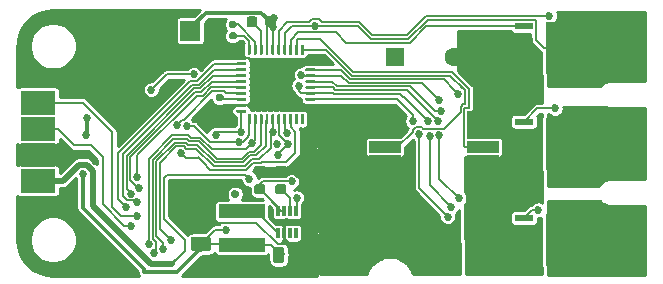
<source format=gbl>
G04 #@! TF.GenerationSoftware,KiCad,Pcbnew,5.1.6*
G04 #@! TF.CreationDate,2020-07-25T09:05:24-04:00*
G04 #@! TF.ProjectId,bldc-controller,626c6463-2d63-46f6-9e74-726f6c6c6572,rev?*
G04 #@! TF.SameCoordinates,Original*
G04 #@! TF.FileFunction,Copper,L2,Bot*
G04 #@! TF.FilePolarity,Positive*
%FSLAX46Y46*%
G04 Gerber Fmt 4.6, Leading zero omitted, Abs format (unit mm)*
G04 Created by KiCad (PCBNEW 5.1.6) date 2020-07-25 09:05:24*
%MOMM*%
%LPD*%
G01*
G04 APERTURE LIST*
G04 #@! TA.AperFunction,SMDPad,CuDef*
%ADD10R,2.500000X4.000000*%
G04 #@! TD*
G04 #@! TA.AperFunction,ComponentPad*
%ADD11C,1.600000*%
G04 #@! TD*
G04 #@! TA.AperFunction,ComponentPad*
%ADD12R,1.600000X1.600000*%
G04 #@! TD*
G04 #@! TA.AperFunction,SMDPad,CuDef*
%ADD13R,3.000000X2.000000*%
G04 #@! TD*
G04 #@! TA.AperFunction,SMDPad,CuDef*
%ADD14R,3.000000X5.400000*%
G04 #@! TD*
G04 #@! TA.AperFunction,ViaPad*
%ADD15C,0.500000*%
G04 #@! TD*
G04 #@! TA.AperFunction,SMDPad,CuDef*
%ADD16R,2.620000X3.520000*%
G04 #@! TD*
G04 #@! TA.AperFunction,SMDPad,CuDef*
%ADD17R,0.300000X0.850000*%
G04 #@! TD*
G04 #@! TA.AperFunction,SMDPad,CuDef*
%ADD18R,2.700000X1.000000*%
G04 #@! TD*
G04 #@! TA.AperFunction,SMDPad,CuDef*
%ADD19R,2.700000X2.440000*%
G04 #@! TD*
G04 #@! TA.AperFunction,SMDPad,CuDef*
%ADD20R,0.615000X3.140000*%
G04 #@! TD*
G04 #@! TA.AperFunction,SMDPad,CuDef*
%ADD21R,3.550000X4.410000*%
G04 #@! TD*
G04 #@! TA.AperFunction,SMDPad,CuDef*
%ADD22R,1.350000X0.600000*%
G04 #@! TD*
G04 #@! TA.AperFunction,SMDPad,CuDef*
%ADD23R,1.550000X0.600000*%
G04 #@! TD*
G04 #@! TA.AperFunction,SMDPad,CuDef*
%ADD24R,3.900000X1.200000*%
G04 #@! TD*
G04 #@! TA.AperFunction,ComponentPad*
%ADD25O,1.700000X1.700000*%
G04 #@! TD*
G04 #@! TA.AperFunction,ComponentPad*
%ADD26R,1.700000X1.700000*%
G04 #@! TD*
G04 #@! TA.AperFunction,ViaPad*
%ADD27C,0.685800*%
G04 #@! TD*
G04 #@! TA.AperFunction,Conductor*
%ADD28C,0.152400*%
G04 #@! TD*
G04 #@! TA.AperFunction,Conductor*
%ADD29C,0.300000*%
G04 #@! TD*
G04 #@! TA.AperFunction,Conductor*
%ADD30C,0.500000*%
G04 #@! TD*
G04 #@! TA.AperFunction,Conductor*
%ADD31C,0.200000*%
G04 #@! TD*
G04 #@! TA.AperFunction,Conductor*
%ADD32C,0.254000*%
G04 #@! TD*
G04 APERTURE END LIST*
D10*
X53300000Y-120900000D03*
D11*
X62400000Y-104400000D03*
D12*
X57400000Y-104400000D03*
D13*
X27200000Y-110500000D03*
X27200000Y-108300000D03*
X27200000Y-112700000D03*
X27200000Y-114900000D03*
D14*
X77250000Y-111750000D03*
X77250000Y-103550000D03*
X77250000Y-119950000D03*
D15*
X48410000Y-108260000D03*
X48410000Y-107253333D03*
X48410000Y-106246667D03*
X48410000Y-105240000D03*
X47350000Y-108260000D03*
X47350000Y-107253333D03*
X47350000Y-106246667D03*
X47350000Y-105240000D03*
X46290000Y-108260000D03*
X46290000Y-107253333D03*
X46290000Y-106246667D03*
X46290000Y-105240000D03*
D16*
X47350000Y-106750000D03*
G04 #@! TA.AperFunction,SMDPad,CuDef*
G36*
G01*
X44037500Y-104375000D02*
X44787500Y-104375000D01*
G75*
G02*
X44850000Y-104437500I0J-62500D01*
G01*
X44850000Y-104562500D01*
G75*
G02*
X44787500Y-104625000I-62500J0D01*
G01*
X44037500Y-104625000D01*
G75*
G02*
X43975000Y-104562500I0J62500D01*
G01*
X43975000Y-104437500D01*
G75*
G02*
X44037500Y-104375000I62500J0D01*
G01*
G37*
G04 #@! TD.AperFunction*
G04 #@! TA.AperFunction,SMDPad,CuDef*
G36*
G01*
X44037500Y-104875000D02*
X44787500Y-104875000D01*
G75*
G02*
X44850000Y-104937500I0J-62500D01*
G01*
X44850000Y-105062500D01*
G75*
G02*
X44787500Y-105125000I-62500J0D01*
G01*
X44037500Y-105125000D01*
G75*
G02*
X43975000Y-105062500I0J62500D01*
G01*
X43975000Y-104937500D01*
G75*
G02*
X44037500Y-104875000I62500J0D01*
G01*
G37*
G04 #@! TD.AperFunction*
G04 #@! TA.AperFunction,SMDPad,CuDef*
G36*
G01*
X44037500Y-105375000D02*
X44787500Y-105375000D01*
G75*
G02*
X44850000Y-105437500I0J-62500D01*
G01*
X44850000Y-105562500D01*
G75*
G02*
X44787500Y-105625000I-62500J0D01*
G01*
X44037500Y-105625000D01*
G75*
G02*
X43975000Y-105562500I0J62500D01*
G01*
X43975000Y-105437500D01*
G75*
G02*
X44037500Y-105375000I62500J0D01*
G01*
G37*
G04 #@! TD.AperFunction*
G04 #@! TA.AperFunction,SMDPad,CuDef*
G36*
G01*
X44037500Y-105875000D02*
X44787500Y-105875000D01*
G75*
G02*
X44850000Y-105937500I0J-62500D01*
G01*
X44850000Y-106062500D01*
G75*
G02*
X44787500Y-106125000I-62500J0D01*
G01*
X44037500Y-106125000D01*
G75*
G02*
X43975000Y-106062500I0J62500D01*
G01*
X43975000Y-105937500D01*
G75*
G02*
X44037500Y-105875000I62500J0D01*
G01*
G37*
G04 #@! TD.AperFunction*
G04 #@! TA.AperFunction,SMDPad,CuDef*
G36*
G01*
X44037500Y-106375000D02*
X44787500Y-106375000D01*
G75*
G02*
X44850000Y-106437500I0J-62500D01*
G01*
X44850000Y-106562500D01*
G75*
G02*
X44787500Y-106625000I-62500J0D01*
G01*
X44037500Y-106625000D01*
G75*
G02*
X43975000Y-106562500I0J62500D01*
G01*
X43975000Y-106437500D01*
G75*
G02*
X44037500Y-106375000I62500J0D01*
G01*
G37*
G04 #@! TD.AperFunction*
G04 #@! TA.AperFunction,SMDPad,CuDef*
G36*
G01*
X44037500Y-106875000D02*
X44787500Y-106875000D01*
G75*
G02*
X44850000Y-106937500I0J-62500D01*
G01*
X44850000Y-107062500D01*
G75*
G02*
X44787500Y-107125000I-62500J0D01*
G01*
X44037500Y-107125000D01*
G75*
G02*
X43975000Y-107062500I0J62500D01*
G01*
X43975000Y-106937500D01*
G75*
G02*
X44037500Y-106875000I62500J0D01*
G01*
G37*
G04 #@! TD.AperFunction*
G04 #@! TA.AperFunction,SMDPad,CuDef*
G36*
G01*
X44037500Y-107375000D02*
X44787500Y-107375000D01*
G75*
G02*
X44850000Y-107437500I0J-62500D01*
G01*
X44850000Y-107562500D01*
G75*
G02*
X44787500Y-107625000I-62500J0D01*
G01*
X44037500Y-107625000D01*
G75*
G02*
X43975000Y-107562500I0J62500D01*
G01*
X43975000Y-107437500D01*
G75*
G02*
X44037500Y-107375000I62500J0D01*
G01*
G37*
G04 #@! TD.AperFunction*
G04 #@! TA.AperFunction,SMDPad,CuDef*
G36*
G01*
X44037500Y-107875000D02*
X44787500Y-107875000D01*
G75*
G02*
X44850000Y-107937500I0J-62500D01*
G01*
X44850000Y-108062500D01*
G75*
G02*
X44787500Y-108125000I-62500J0D01*
G01*
X44037500Y-108125000D01*
G75*
G02*
X43975000Y-108062500I0J62500D01*
G01*
X43975000Y-107937500D01*
G75*
G02*
X44037500Y-107875000I62500J0D01*
G01*
G37*
G04 #@! TD.AperFunction*
G04 #@! TA.AperFunction,SMDPad,CuDef*
G36*
G01*
X44037500Y-108375000D02*
X44787500Y-108375000D01*
G75*
G02*
X44850000Y-108437500I0J-62500D01*
G01*
X44850000Y-108562500D01*
G75*
G02*
X44787500Y-108625000I-62500J0D01*
G01*
X44037500Y-108625000D01*
G75*
G02*
X43975000Y-108562500I0J62500D01*
G01*
X43975000Y-108437500D01*
G75*
G02*
X44037500Y-108375000I62500J0D01*
G01*
G37*
G04 #@! TD.AperFunction*
G04 #@! TA.AperFunction,SMDPad,CuDef*
G36*
G01*
X44037500Y-108875000D02*
X44787500Y-108875000D01*
G75*
G02*
X44850000Y-108937500I0J-62500D01*
G01*
X44850000Y-109062500D01*
G75*
G02*
X44787500Y-109125000I-62500J0D01*
G01*
X44037500Y-109125000D01*
G75*
G02*
X43975000Y-109062500I0J62500D01*
G01*
X43975000Y-108937500D01*
G75*
G02*
X44037500Y-108875000I62500J0D01*
G01*
G37*
G04 #@! TD.AperFunction*
G04 #@! TA.AperFunction,SMDPad,CuDef*
G36*
G01*
X45037500Y-109250000D02*
X45162500Y-109250000D01*
G75*
G02*
X45225000Y-109312500I0J-62500D01*
G01*
X45225000Y-110062500D01*
G75*
G02*
X45162500Y-110125000I-62500J0D01*
G01*
X45037500Y-110125000D01*
G75*
G02*
X44975000Y-110062500I0J62500D01*
G01*
X44975000Y-109312500D01*
G75*
G02*
X45037500Y-109250000I62500J0D01*
G01*
G37*
G04 #@! TD.AperFunction*
G04 #@! TA.AperFunction,SMDPad,CuDef*
G36*
G01*
X45537500Y-109250000D02*
X45662500Y-109250000D01*
G75*
G02*
X45725000Y-109312500I0J-62500D01*
G01*
X45725000Y-110062500D01*
G75*
G02*
X45662500Y-110125000I-62500J0D01*
G01*
X45537500Y-110125000D01*
G75*
G02*
X45475000Y-110062500I0J62500D01*
G01*
X45475000Y-109312500D01*
G75*
G02*
X45537500Y-109250000I62500J0D01*
G01*
G37*
G04 #@! TD.AperFunction*
G04 #@! TA.AperFunction,SMDPad,CuDef*
G36*
G01*
X46037500Y-109250000D02*
X46162500Y-109250000D01*
G75*
G02*
X46225000Y-109312500I0J-62500D01*
G01*
X46225000Y-110062500D01*
G75*
G02*
X46162500Y-110125000I-62500J0D01*
G01*
X46037500Y-110125000D01*
G75*
G02*
X45975000Y-110062500I0J62500D01*
G01*
X45975000Y-109312500D01*
G75*
G02*
X46037500Y-109250000I62500J0D01*
G01*
G37*
G04 #@! TD.AperFunction*
G04 #@! TA.AperFunction,SMDPad,CuDef*
G36*
G01*
X46537500Y-109250000D02*
X46662500Y-109250000D01*
G75*
G02*
X46725000Y-109312500I0J-62500D01*
G01*
X46725000Y-110062500D01*
G75*
G02*
X46662500Y-110125000I-62500J0D01*
G01*
X46537500Y-110125000D01*
G75*
G02*
X46475000Y-110062500I0J62500D01*
G01*
X46475000Y-109312500D01*
G75*
G02*
X46537500Y-109250000I62500J0D01*
G01*
G37*
G04 #@! TD.AperFunction*
G04 #@! TA.AperFunction,SMDPad,CuDef*
G36*
G01*
X47037500Y-109250000D02*
X47162500Y-109250000D01*
G75*
G02*
X47225000Y-109312500I0J-62500D01*
G01*
X47225000Y-110062500D01*
G75*
G02*
X47162500Y-110125000I-62500J0D01*
G01*
X47037500Y-110125000D01*
G75*
G02*
X46975000Y-110062500I0J62500D01*
G01*
X46975000Y-109312500D01*
G75*
G02*
X47037500Y-109250000I62500J0D01*
G01*
G37*
G04 #@! TD.AperFunction*
G04 #@! TA.AperFunction,SMDPad,CuDef*
G36*
G01*
X47537500Y-109250000D02*
X47662500Y-109250000D01*
G75*
G02*
X47725000Y-109312500I0J-62500D01*
G01*
X47725000Y-110062500D01*
G75*
G02*
X47662500Y-110125000I-62500J0D01*
G01*
X47537500Y-110125000D01*
G75*
G02*
X47475000Y-110062500I0J62500D01*
G01*
X47475000Y-109312500D01*
G75*
G02*
X47537500Y-109250000I62500J0D01*
G01*
G37*
G04 #@! TD.AperFunction*
G04 #@! TA.AperFunction,SMDPad,CuDef*
G36*
G01*
X48037500Y-109250000D02*
X48162500Y-109250000D01*
G75*
G02*
X48225000Y-109312500I0J-62500D01*
G01*
X48225000Y-110062500D01*
G75*
G02*
X48162500Y-110125000I-62500J0D01*
G01*
X48037500Y-110125000D01*
G75*
G02*
X47975000Y-110062500I0J62500D01*
G01*
X47975000Y-109312500D01*
G75*
G02*
X48037500Y-109250000I62500J0D01*
G01*
G37*
G04 #@! TD.AperFunction*
G04 #@! TA.AperFunction,SMDPad,CuDef*
G36*
G01*
X48537500Y-109250000D02*
X48662500Y-109250000D01*
G75*
G02*
X48725000Y-109312500I0J-62500D01*
G01*
X48725000Y-110062500D01*
G75*
G02*
X48662500Y-110125000I-62500J0D01*
G01*
X48537500Y-110125000D01*
G75*
G02*
X48475000Y-110062500I0J62500D01*
G01*
X48475000Y-109312500D01*
G75*
G02*
X48537500Y-109250000I62500J0D01*
G01*
G37*
G04 #@! TD.AperFunction*
G04 #@! TA.AperFunction,SMDPad,CuDef*
G36*
G01*
X49037500Y-109250000D02*
X49162500Y-109250000D01*
G75*
G02*
X49225000Y-109312500I0J-62500D01*
G01*
X49225000Y-110062500D01*
G75*
G02*
X49162500Y-110125000I-62500J0D01*
G01*
X49037500Y-110125000D01*
G75*
G02*
X48975000Y-110062500I0J62500D01*
G01*
X48975000Y-109312500D01*
G75*
G02*
X49037500Y-109250000I62500J0D01*
G01*
G37*
G04 #@! TD.AperFunction*
G04 #@! TA.AperFunction,SMDPad,CuDef*
G36*
G01*
X49537500Y-109250000D02*
X49662500Y-109250000D01*
G75*
G02*
X49725000Y-109312500I0J-62500D01*
G01*
X49725000Y-110062500D01*
G75*
G02*
X49662500Y-110125000I-62500J0D01*
G01*
X49537500Y-110125000D01*
G75*
G02*
X49475000Y-110062500I0J62500D01*
G01*
X49475000Y-109312500D01*
G75*
G02*
X49537500Y-109250000I62500J0D01*
G01*
G37*
G04 #@! TD.AperFunction*
G04 #@! TA.AperFunction,SMDPad,CuDef*
G36*
G01*
X49912500Y-108875000D02*
X50662500Y-108875000D01*
G75*
G02*
X50725000Y-108937500I0J-62500D01*
G01*
X50725000Y-109062500D01*
G75*
G02*
X50662500Y-109125000I-62500J0D01*
G01*
X49912500Y-109125000D01*
G75*
G02*
X49850000Y-109062500I0J62500D01*
G01*
X49850000Y-108937500D01*
G75*
G02*
X49912500Y-108875000I62500J0D01*
G01*
G37*
G04 #@! TD.AperFunction*
G04 #@! TA.AperFunction,SMDPad,CuDef*
G36*
G01*
X49912500Y-108375000D02*
X50662500Y-108375000D01*
G75*
G02*
X50725000Y-108437500I0J-62500D01*
G01*
X50725000Y-108562500D01*
G75*
G02*
X50662500Y-108625000I-62500J0D01*
G01*
X49912500Y-108625000D01*
G75*
G02*
X49850000Y-108562500I0J62500D01*
G01*
X49850000Y-108437500D01*
G75*
G02*
X49912500Y-108375000I62500J0D01*
G01*
G37*
G04 #@! TD.AperFunction*
G04 #@! TA.AperFunction,SMDPad,CuDef*
G36*
G01*
X49912500Y-107875000D02*
X50662500Y-107875000D01*
G75*
G02*
X50725000Y-107937500I0J-62500D01*
G01*
X50725000Y-108062500D01*
G75*
G02*
X50662500Y-108125000I-62500J0D01*
G01*
X49912500Y-108125000D01*
G75*
G02*
X49850000Y-108062500I0J62500D01*
G01*
X49850000Y-107937500D01*
G75*
G02*
X49912500Y-107875000I62500J0D01*
G01*
G37*
G04 #@! TD.AperFunction*
G04 #@! TA.AperFunction,SMDPad,CuDef*
G36*
G01*
X49912500Y-107375000D02*
X50662500Y-107375000D01*
G75*
G02*
X50725000Y-107437500I0J-62500D01*
G01*
X50725000Y-107562500D01*
G75*
G02*
X50662500Y-107625000I-62500J0D01*
G01*
X49912500Y-107625000D01*
G75*
G02*
X49850000Y-107562500I0J62500D01*
G01*
X49850000Y-107437500D01*
G75*
G02*
X49912500Y-107375000I62500J0D01*
G01*
G37*
G04 #@! TD.AperFunction*
G04 #@! TA.AperFunction,SMDPad,CuDef*
G36*
G01*
X49912500Y-106875000D02*
X50662500Y-106875000D01*
G75*
G02*
X50725000Y-106937500I0J-62500D01*
G01*
X50725000Y-107062500D01*
G75*
G02*
X50662500Y-107125000I-62500J0D01*
G01*
X49912500Y-107125000D01*
G75*
G02*
X49850000Y-107062500I0J62500D01*
G01*
X49850000Y-106937500D01*
G75*
G02*
X49912500Y-106875000I62500J0D01*
G01*
G37*
G04 #@! TD.AperFunction*
G04 #@! TA.AperFunction,SMDPad,CuDef*
G36*
G01*
X49912500Y-106375000D02*
X50662500Y-106375000D01*
G75*
G02*
X50725000Y-106437500I0J-62500D01*
G01*
X50725000Y-106562500D01*
G75*
G02*
X50662500Y-106625000I-62500J0D01*
G01*
X49912500Y-106625000D01*
G75*
G02*
X49850000Y-106562500I0J62500D01*
G01*
X49850000Y-106437500D01*
G75*
G02*
X49912500Y-106375000I62500J0D01*
G01*
G37*
G04 #@! TD.AperFunction*
G04 #@! TA.AperFunction,SMDPad,CuDef*
G36*
G01*
X49912500Y-105875000D02*
X50662500Y-105875000D01*
G75*
G02*
X50725000Y-105937500I0J-62500D01*
G01*
X50725000Y-106062500D01*
G75*
G02*
X50662500Y-106125000I-62500J0D01*
G01*
X49912500Y-106125000D01*
G75*
G02*
X49850000Y-106062500I0J62500D01*
G01*
X49850000Y-105937500D01*
G75*
G02*
X49912500Y-105875000I62500J0D01*
G01*
G37*
G04 #@! TD.AperFunction*
G04 #@! TA.AperFunction,SMDPad,CuDef*
G36*
G01*
X49912500Y-105375000D02*
X50662500Y-105375000D01*
G75*
G02*
X50725000Y-105437500I0J-62500D01*
G01*
X50725000Y-105562500D01*
G75*
G02*
X50662500Y-105625000I-62500J0D01*
G01*
X49912500Y-105625000D01*
G75*
G02*
X49850000Y-105562500I0J62500D01*
G01*
X49850000Y-105437500D01*
G75*
G02*
X49912500Y-105375000I62500J0D01*
G01*
G37*
G04 #@! TD.AperFunction*
G04 #@! TA.AperFunction,SMDPad,CuDef*
G36*
G01*
X49912500Y-104875000D02*
X50662500Y-104875000D01*
G75*
G02*
X50725000Y-104937500I0J-62500D01*
G01*
X50725000Y-105062500D01*
G75*
G02*
X50662500Y-105125000I-62500J0D01*
G01*
X49912500Y-105125000D01*
G75*
G02*
X49850000Y-105062500I0J62500D01*
G01*
X49850000Y-104937500D01*
G75*
G02*
X49912500Y-104875000I62500J0D01*
G01*
G37*
G04 #@! TD.AperFunction*
G04 #@! TA.AperFunction,SMDPad,CuDef*
G36*
G01*
X49912500Y-104375000D02*
X50662500Y-104375000D01*
G75*
G02*
X50725000Y-104437500I0J-62500D01*
G01*
X50725000Y-104562500D01*
G75*
G02*
X50662500Y-104625000I-62500J0D01*
G01*
X49912500Y-104625000D01*
G75*
G02*
X49850000Y-104562500I0J62500D01*
G01*
X49850000Y-104437500D01*
G75*
G02*
X49912500Y-104375000I62500J0D01*
G01*
G37*
G04 #@! TD.AperFunction*
G04 #@! TA.AperFunction,SMDPad,CuDef*
G36*
G01*
X49537500Y-103375000D02*
X49662500Y-103375000D01*
G75*
G02*
X49725000Y-103437500I0J-62500D01*
G01*
X49725000Y-104187500D01*
G75*
G02*
X49662500Y-104250000I-62500J0D01*
G01*
X49537500Y-104250000D01*
G75*
G02*
X49475000Y-104187500I0J62500D01*
G01*
X49475000Y-103437500D01*
G75*
G02*
X49537500Y-103375000I62500J0D01*
G01*
G37*
G04 #@! TD.AperFunction*
G04 #@! TA.AperFunction,SMDPad,CuDef*
G36*
G01*
X49037500Y-103375000D02*
X49162500Y-103375000D01*
G75*
G02*
X49225000Y-103437500I0J-62500D01*
G01*
X49225000Y-104187500D01*
G75*
G02*
X49162500Y-104250000I-62500J0D01*
G01*
X49037500Y-104250000D01*
G75*
G02*
X48975000Y-104187500I0J62500D01*
G01*
X48975000Y-103437500D01*
G75*
G02*
X49037500Y-103375000I62500J0D01*
G01*
G37*
G04 #@! TD.AperFunction*
G04 #@! TA.AperFunction,SMDPad,CuDef*
G36*
G01*
X48537500Y-103375000D02*
X48662500Y-103375000D01*
G75*
G02*
X48725000Y-103437500I0J-62500D01*
G01*
X48725000Y-104187500D01*
G75*
G02*
X48662500Y-104250000I-62500J0D01*
G01*
X48537500Y-104250000D01*
G75*
G02*
X48475000Y-104187500I0J62500D01*
G01*
X48475000Y-103437500D01*
G75*
G02*
X48537500Y-103375000I62500J0D01*
G01*
G37*
G04 #@! TD.AperFunction*
G04 #@! TA.AperFunction,SMDPad,CuDef*
G36*
G01*
X48037500Y-103375000D02*
X48162500Y-103375000D01*
G75*
G02*
X48225000Y-103437500I0J-62500D01*
G01*
X48225000Y-104187500D01*
G75*
G02*
X48162500Y-104250000I-62500J0D01*
G01*
X48037500Y-104250000D01*
G75*
G02*
X47975000Y-104187500I0J62500D01*
G01*
X47975000Y-103437500D01*
G75*
G02*
X48037500Y-103375000I62500J0D01*
G01*
G37*
G04 #@! TD.AperFunction*
G04 #@! TA.AperFunction,SMDPad,CuDef*
G36*
G01*
X47537500Y-103375000D02*
X47662500Y-103375000D01*
G75*
G02*
X47725000Y-103437500I0J-62500D01*
G01*
X47725000Y-104187500D01*
G75*
G02*
X47662500Y-104250000I-62500J0D01*
G01*
X47537500Y-104250000D01*
G75*
G02*
X47475000Y-104187500I0J62500D01*
G01*
X47475000Y-103437500D01*
G75*
G02*
X47537500Y-103375000I62500J0D01*
G01*
G37*
G04 #@! TD.AperFunction*
G04 #@! TA.AperFunction,SMDPad,CuDef*
G36*
G01*
X47037500Y-103375000D02*
X47162500Y-103375000D01*
G75*
G02*
X47225000Y-103437500I0J-62500D01*
G01*
X47225000Y-104187500D01*
G75*
G02*
X47162500Y-104250000I-62500J0D01*
G01*
X47037500Y-104250000D01*
G75*
G02*
X46975000Y-104187500I0J62500D01*
G01*
X46975000Y-103437500D01*
G75*
G02*
X47037500Y-103375000I62500J0D01*
G01*
G37*
G04 #@! TD.AperFunction*
G04 #@! TA.AperFunction,SMDPad,CuDef*
G36*
G01*
X46537500Y-103375000D02*
X46662500Y-103375000D01*
G75*
G02*
X46725000Y-103437500I0J-62500D01*
G01*
X46725000Y-104187500D01*
G75*
G02*
X46662500Y-104250000I-62500J0D01*
G01*
X46537500Y-104250000D01*
G75*
G02*
X46475000Y-104187500I0J62500D01*
G01*
X46475000Y-103437500D01*
G75*
G02*
X46537500Y-103375000I62500J0D01*
G01*
G37*
G04 #@! TD.AperFunction*
G04 #@! TA.AperFunction,SMDPad,CuDef*
G36*
G01*
X46037500Y-103375000D02*
X46162500Y-103375000D01*
G75*
G02*
X46225000Y-103437500I0J-62500D01*
G01*
X46225000Y-104187500D01*
G75*
G02*
X46162500Y-104250000I-62500J0D01*
G01*
X46037500Y-104250000D01*
G75*
G02*
X45975000Y-104187500I0J62500D01*
G01*
X45975000Y-103437500D01*
G75*
G02*
X46037500Y-103375000I62500J0D01*
G01*
G37*
G04 #@! TD.AperFunction*
G04 #@! TA.AperFunction,SMDPad,CuDef*
G36*
G01*
X45537500Y-103375000D02*
X45662500Y-103375000D01*
G75*
G02*
X45725000Y-103437500I0J-62500D01*
G01*
X45725000Y-104187500D01*
G75*
G02*
X45662500Y-104250000I-62500J0D01*
G01*
X45537500Y-104250000D01*
G75*
G02*
X45475000Y-104187500I0J62500D01*
G01*
X45475000Y-103437500D01*
G75*
G02*
X45537500Y-103375000I62500J0D01*
G01*
G37*
G04 #@! TD.AperFunction*
G04 #@! TA.AperFunction,SMDPad,CuDef*
G36*
G01*
X45037500Y-103375000D02*
X45162500Y-103375000D01*
G75*
G02*
X45225000Y-103437500I0J-62500D01*
G01*
X45225000Y-104187500D01*
G75*
G02*
X45162500Y-104250000I-62500J0D01*
G01*
X45037500Y-104250000D01*
G75*
G02*
X44975000Y-104187500I0J62500D01*
G01*
X44975000Y-103437500D01*
G75*
G02*
X45037500Y-103375000I62500J0D01*
G01*
G37*
G04 #@! TD.AperFunction*
D17*
X47524000Y-119344000D03*
X48024000Y-119344000D03*
X48524000Y-119344000D03*
X49024000Y-119344000D03*
X49024000Y-117444000D03*
X48524000Y-117444000D03*
X48024000Y-117444000D03*
X47524000Y-117444000D03*
D18*
X56590000Y-112066000D03*
D19*
X64890000Y-110186000D03*
X56590000Y-110186000D03*
X56590000Y-113946000D03*
D18*
X64890000Y-112066000D03*
D19*
X64890000Y-113946000D03*
D20*
X68822500Y-120585000D03*
D21*
X71997500Y-119950000D03*
D22*
X74445000Y-118045000D03*
X74445000Y-121855000D03*
X74445000Y-120585000D03*
D23*
X68355000Y-121855000D03*
X68355000Y-118045000D03*
X68355000Y-120585000D03*
X68355000Y-119315000D03*
D22*
X74445000Y-119315000D03*
D20*
X68822500Y-112447000D03*
D21*
X71997500Y-111812000D03*
D22*
X74445000Y-109907000D03*
X74445000Y-113717000D03*
X74445000Y-112447000D03*
D23*
X68355000Y-113717000D03*
X68355000Y-109907000D03*
X68355000Y-112447000D03*
X68355000Y-111177000D03*
D22*
X74445000Y-111177000D03*
D20*
X68822500Y-104335000D03*
D21*
X71997500Y-103700000D03*
D22*
X74445000Y-101795000D03*
X74445000Y-105605000D03*
X74445000Y-104335000D03*
D23*
X68355000Y-105605000D03*
X68355000Y-101795000D03*
X68355000Y-104335000D03*
X68355000Y-103065000D03*
D22*
X74445000Y-103065000D03*
D24*
X44464000Y-120302000D03*
X44464000Y-117502000D03*
D25*
X37560000Y-102200000D03*
D26*
X40100000Y-102200000D03*
G04 #@! TA.AperFunction,SMDPad,CuDef*
G36*
G01*
X42427500Y-108540000D02*
X42772500Y-108540000D01*
G75*
G02*
X42920000Y-108687500I0J-147500D01*
G01*
X42920000Y-108982500D01*
G75*
G02*
X42772500Y-109130000I-147500J0D01*
G01*
X42427500Y-109130000D01*
G75*
G02*
X42280000Y-108982500I0J147500D01*
G01*
X42280000Y-108687500D01*
G75*
G02*
X42427500Y-108540000I147500J0D01*
G01*
G37*
G04 #@! TD.AperFunction*
G04 #@! TA.AperFunction,SMDPad,CuDef*
G36*
G01*
X42427500Y-107570000D02*
X42772500Y-107570000D01*
G75*
G02*
X42920000Y-107717500I0J-147500D01*
G01*
X42920000Y-108012500D01*
G75*
G02*
X42772500Y-108160000I-147500J0D01*
G01*
X42427500Y-108160000D01*
G75*
G02*
X42280000Y-108012500I0J147500D01*
G01*
X42280000Y-107717500D01*
G75*
G02*
X42427500Y-107570000I147500J0D01*
G01*
G37*
G04 #@! TD.AperFunction*
G04 #@! TA.AperFunction,SMDPad,CuDef*
G36*
G01*
X46462500Y-101706250D02*
X46462500Y-101193750D01*
G75*
G02*
X46681250Y-100975000I218750J0D01*
G01*
X47118750Y-100975000D01*
G75*
G02*
X47337500Y-101193750I0J-218750D01*
G01*
X47337500Y-101706250D01*
G75*
G02*
X47118750Y-101925000I-218750J0D01*
G01*
X46681250Y-101925000D01*
G75*
G02*
X46462500Y-101706250I0J218750D01*
G01*
G37*
G04 #@! TD.AperFunction*
G04 #@! TA.AperFunction,SMDPad,CuDef*
G36*
G01*
X44887500Y-101706250D02*
X44887500Y-101193750D01*
G75*
G02*
X45106250Y-100975000I218750J0D01*
G01*
X45543750Y-100975000D01*
G75*
G02*
X45762500Y-101193750I0J-218750D01*
G01*
X45762500Y-101706250D01*
G75*
G02*
X45543750Y-101925000I-218750J0D01*
G01*
X45106250Y-101925000D01*
G75*
G02*
X44887500Y-101706250I0J218750D01*
G01*
G37*
G04 #@! TD.AperFunction*
G04 #@! TA.AperFunction,SMDPad,CuDef*
G36*
G01*
X43527500Y-102340000D02*
X43872500Y-102340000D01*
G75*
G02*
X44020000Y-102487500I0J-147500D01*
G01*
X44020000Y-102782500D01*
G75*
G02*
X43872500Y-102930000I-147500J0D01*
G01*
X43527500Y-102930000D01*
G75*
G02*
X43380000Y-102782500I0J147500D01*
G01*
X43380000Y-102487500D01*
G75*
G02*
X43527500Y-102340000I147500J0D01*
G01*
G37*
G04 #@! TD.AperFunction*
G04 #@! TA.AperFunction,SMDPad,CuDef*
G36*
G01*
X43527500Y-101370000D02*
X43872500Y-101370000D01*
G75*
G02*
X44020000Y-101517500I0J-147500D01*
G01*
X44020000Y-101812500D01*
G75*
G02*
X43872500Y-101960000I-147500J0D01*
G01*
X43527500Y-101960000D01*
G75*
G02*
X43380000Y-101812500I0J147500D01*
G01*
X43380000Y-101517500D01*
G75*
G02*
X43527500Y-101370000I147500J0D01*
G01*
G37*
G04 #@! TD.AperFunction*
G04 #@! TA.AperFunction,SMDPad,CuDef*
G36*
G01*
X48022250Y-114488000D02*
X47509750Y-114488000D01*
G75*
G02*
X47291000Y-114269250I0J218750D01*
G01*
X47291000Y-113831750D01*
G75*
G02*
X47509750Y-113613000I218750J0D01*
G01*
X48022250Y-113613000D01*
G75*
G02*
X48241000Y-113831750I0J-218750D01*
G01*
X48241000Y-114269250D01*
G75*
G02*
X48022250Y-114488000I-218750J0D01*
G01*
G37*
G04 #@! TD.AperFunction*
G04 #@! TA.AperFunction,SMDPad,CuDef*
G36*
G01*
X48022250Y-116063000D02*
X47509750Y-116063000D01*
G75*
G02*
X47291000Y-115844250I0J218750D01*
G01*
X47291000Y-115406750D01*
G75*
G02*
X47509750Y-115188000I218750J0D01*
G01*
X48022250Y-115188000D01*
G75*
G02*
X48241000Y-115406750I0J-218750D01*
G01*
X48241000Y-115844250D01*
G75*
G02*
X48022250Y-116063000I-218750J0D01*
G01*
G37*
G04 #@! TD.AperFunction*
G04 #@! TA.AperFunction,SMDPad,CuDef*
G36*
G01*
X46244250Y-114488000D02*
X45731750Y-114488000D01*
G75*
G02*
X45513000Y-114269250I0J218750D01*
G01*
X45513000Y-113831750D01*
G75*
G02*
X45731750Y-113613000I218750J0D01*
G01*
X46244250Y-113613000D01*
G75*
G02*
X46463000Y-113831750I0J-218750D01*
G01*
X46463000Y-114269250D01*
G75*
G02*
X46244250Y-114488000I-218750J0D01*
G01*
G37*
G04 #@! TD.AperFunction*
G04 #@! TA.AperFunction,SMDPad,CuDef*
G36*
G01*
X46244250Y-116063000D02*
X45731750Y-116063000D01*
G75*
G02*
X45513000Y-115844250I0J218750D01*
G01*
X45513000Y-115406750D01*
G75*
G02*
X45731750Y-115188000I218750J0D01*
G01*
X46244250Y-115188000D01*
G75*
G02*
X46463000Y-115406750I0J-218750D01*
G01*
X46463000Y-115844250D01*
G75*
G02*
X46244250Y-116063000I-218750J0D01*
G01*
G37*
G04 #@! TD.AperFunction*
G04 #@! TA.AperFunction,SMDPad,CuDef*
G36*
G01*
X48978000Y-121644250D02*
X48978000Y-120731750D01*
G75*
G02*
X49221750Y-120488000I243750J0D01*
G01*
X49709250Y-120488000D01*
G75*
G02*
X49953000Y-120731750I0J-243750D01*
G01*
X49953000Y-121644250D01*
G75*
G02*
X49709250Y-121888000I-243750J0D01*
G01*
X49221750Y-121888000D01*
G75*
G02*
X48978000Y-121644250I0J243750D01*
G01*
G37*
G04 #@! TD.AperFunction*
G04 #@! TA.AperFunction,SMDPad,CuDef*
G36*
G01*
X47103000Y-121644250D02*
X47103000Y-120731750D01*
G75*
G02*
X47346750Y-120488000I243750J0D01*
G01*
X47834250Y-120488000D01*
G75*
G02*
X48078000Y-120731750I0J-243750D01*
G01*
X48078000Y-121644250D01*
G75*
G02*
X47834250Y-121888000I-243750J0D01*
G01*
X47346750Y-121888000D01*
G75*
G02*
X47103000Y-121644250I0J243750D01*
G01*
G37*
G04 #@! TD.AperFunction*
G04 #@! TA.AperFunction,SMDPad,CuDef*
G36*
G01*
X44072500Y-115360000D02*
X43727500Y-115360000D01*
G75*
G02*
X43580000Y-115212500I0J147500D01*
G01*
X43580000Y-114917500D01*
G75*
G02*
X43727500Y-114770000I147500J0D01*
G01*
X44072500Y-114770000D01*
G75*
G02*
X44220000Y-114917500I0J-147500D01*
G01*
X44220000Y-115212500D01*
G75*
G02*
X44072500Y-115360000I-147500J0D01*
G01*
G37*
G04 #@! TD.AperFunction*
G04 #@! TA.AperFunction,SMDPad,CuDef*
G36*
G01*
X44072500Y-116330000D02*
X43727500Y-116330000D01*
G75*
G02*
X43580000Y-116182500I0J147500D01*
G01*
X43580000Y-115887500D01*
G75*
G02*
X43727500Y-115740000I147500J0D01*
G01*
X44072500Y-115740000D01*
G75*
G02*
X44220000Y-115887500I0J-147500D01*
G01*
X44220000Y-116182500D01*
G75*
G02*
X44072500Y-116330000I-147500J0D01*
G01*
G37*
G04 #@! TD.AperFunction*
G04 #@! TA.AperFunction,SMDPad,CuDef*
G36*
G01*
X41625000Y-118075000D02*
X40375000Y-118075000D01*
G75*
G02*
X40125000Y-117825000I0J250000D01*
G01*
X40125000Y-117075000D01*
G75*
G02*
X40375000Y-116825000I250000J0D01*
G01*
X41625000Y-116825000D01*
G75*
G02*
X41875000Y-117075000I0J-250000D01*
G01*
X41875000Y-117825000D01*
G75*
G02*
X41625000Y-118075000I-250000J0D01*
G01*
G37*
G04 #@! TD.AperFunction*
G04 #@! TA.AperFunction,SMDPad,CuDef*
G36*
G01*
X41625000Y-120875000D02*
X40375000Y-120875000D01*
G75*
G02*
X40125000Y-120625000I0J250000D01*
G01*
X40125000Y-119875000D01*
G75*
G02*
X40375000Y-119625000I250000J0D01*
G01*
X41625000Y-119625000D01*
G75*
G02*
X41875000Y-119875000I0J-250000D01*
G01*
X41875000Y-120625000D01*
G75*
G02*
X41625000Y-120875000I-250000J0D01*
G01*
G37*
G04 #@! TD.AperFunction*
D27*
X49460113Y-104877049D03*
X44385000Y-103750000D03*
X47766000Y-114050500D03*
X43877100Y-115065000D03*
X50100000Y-114250000D03*
X50100000Y-113450000D03*
X50100000Y-112650000D03*
X50100000Y-111850000D03*
X33800000Y-109500000D03*
X35500000Y-107800000D03*
X32069729Y-113212653D03*
X37145881Y-105845881D03*
X48300000Y-118400000D03*
X31500000Y-121000000D03*
X38515000Y-115215000D03*
X40830000Y-117490000D03*
X47100000Y-101850000D03*
X48704119Y-114954119D03*
X47199992Y-101150000D03*
X72200000Y-119400000D03*
X73200000Y-122400000D03*
X71200000Y-119400000D03*
X73200000Y-119400000D03*
X73200000Y-120900000D03*
X72200000Y-122400000D03*
X71200000Y-122400000D03*
X72200000Y-120900000D03*
X71200000Y-120900000D03*
X76000000Y-117500000D03*
X77000000Y-117500000D03*
X77000000Y-119000000D03*
X78000000Y-122000000D03*
X76000000Y-119000000D03*
X78000000Y-119000000D03*
X77000000Y-120500000D03*
X76000000Y-120500000D03*
X78000000Y-120500000D03*
X78000000Y-117500000D03*
X77000000Y-122000000D03*
X76000000Y-122000000D03*
X62200000Y-117100000D03*
X60363108Y-111147008D03*
X49300000Y-106850000D03*
X60194112Y-109885257D03*
X72300000Y-103300000D03*
X73300000Y-106300000D03*
X71300000Y-103300000D03*
X73300000Y-103300000D03*
X73300000Y-104800000D03*
X72300000Y-106300000D03*
X71300000Y-106300000D03*
X72300000Y-104800000D03*
X71300000Y-104800000D03*
X76000000Y-101000000D03*
X77000000Y-101000000D03*
X77000000Y-102500000D03*
X78000000Y-105500000D03*
X76000000Y-102500000D03*
X78000000Y-102500000D03*
X77000000Y-104000000D03*
X76000000Y-104000000D03*
X78000000Y-104000000D03*
X78000000Y-101000000D03*
X77000000Y-105500000D03*
X76000000Y-105500000D03*
X50700000Y-101771510D03*
X72300000Y-111400000D03*
X73300000Y-114400000D03*
X71300000Y-111400000D03*
X73300000Y-111400000D03*
X73300000Y-112900000D03*
X72300000Y-114400000D03*
X71300000Y-114400000D03*
X72300000Y-112900000D03*
X71300000Y-112900000D03*
X76000000Y-109500000D03*
X77000000Y-109500000D03*
X77000000Y-111000000D03*
X78000000Y-114000000D03*
X76000000Y-111000000D03*
X78000000Y-111000000D03*
X77000000Y-112500000D03*
X76000000Y-112500000D03*
X78000000Y-112500000D03*
X78000000Y-109500000D03*
X77000000Y-114000000D03*
X76000000Y-114000000D03*
X61200000Y-108100000D03*
X49498215Y-105939977D03*
X70500000Y-100950000D03*
X61321283Y-109013044D03*
X62789231Y-107528490D03*
X70979770Y-108778490D03*
X61073196Y-109825826D03*
X61200000Y-111050000D03*
X62850000Y-116400000D03*
X61900000Y-117950000D03*
X69558669Y-117371370D03*
X58939192Y-109833978D03*
X59497891Y-110951954D03*
X39300000Y-112550000D03*
X44245881Y-111595881D03*
X39804690Y-110300000D03*
X48400000Y-111750000D03*
X47500000Y-112750000D03*
X38950718Y-110200718D03*
X35587890Y-114544739D03*
X35743020Y-115508068D03*
X35052226Y-115982834D03*
X35597507Y-116736040D03*
X34700000Y-117128490D03*
X49100000Y-116350000D03*
X47801864Y-121142856D03*
X43100000Y-119050000D03*
X47476321Y-111764183D03*
X48278033Y-110836272D03*
X31000000Y-114300000D03*
X31300000Y-111000008D03*
X31400000Y-109609389D03*
X40400000Y-105900000D03*
X36800000Y-107200000D03*
X45100000Y-114750000D03*
X43900000Y-116028490D03*
X35579052Y-117879052D03*
X35100000Y-118700000D03*
X44395881Y-110745881D03*
X42247760Y-110989521D03*
X45345881Y-111695881D03*
X36567135Y-120298048D03*
X47071510Y-110753011D03*
X38463718Y-119913712D03*
X37785993Y-120641767D03*
X37027493Y-120998526D03*
D28*
X47587162Y-106750000D02*
X47350000Y-106750000D01*
X49460113Y-104877049D02*
X47587162Y-106750000D01*
X44385000Y-104472500D02*
X44412500Y-104500000D01*
X44385000Y-103750000D02*
X44385000Y-104472500D01*
X45100000Y-104500000D02*
X47350000Y-106750000D01*
X44412500Y-104500000D02*
X45100000Y-104500000D01*
X48024000Y-119746500D02*
X48024000Y-119344000D01*
X49465500Y-121188000D02*
X48024000Y-119746500D01*
X45988000Y-114050500D02*
X47766000Y-114050500D01*
X45600000Y-108500000D02*
X47350000Y-106750000D01*
X44412500Y-108500000D02*
X45600000Y-108500000D01*
X41000000Y-117450000D02*
X42000000Y-118450000D01*
X42000000Y-118450000D02*
X45700000Y-118450000D01*
X48536890Y-120259390D02*
X49465500Y-121188000D01*
X47509390Y-120259390D02*
X48536890Y-120259390D01*
X45700000Y-118450000D02*
X47509390Y-120259390D01*
X49951027Y-120702473D02*
X49465500Y-121188000D01*
X47766000Y-114050500D02*
X48646324Y-114050500D01*
X48646324Y-114050500D02*
X49951027Y-115355203D01*
X49951027Y-115355203D02*
X49951027Y-120702473D01*
X42935000Y-108500000D02*
X42600000Y-108835000D01*
X44412500Y-108500000D02*
X42935000Y-108500000D01*
D29*
X33800000Y-109500000D02*
X35500000Y-107800000D01*
X31557076Y-112700000D02*
X32069729Y-113212653D01*
X27200000Y-112700000D02*
X31557076Y-112700000D01*
X37560000Y-102200000D02*
X37560000Y-105431762D01*
X35500000Y-107800000D02*
X35500000Y-107315067D01*
X35500000Y-107315067D02*
X36969186Y-105845881D01*
X37560000Y-105431762D02*
X37145881Y-105845881D01*
X36969186Y-105845881D02*
X37145881Y-105845881D01*
D28*
X49583064Y-105000000D02*
X49460113Y-104877049D01*
X50287500Y-105000000D02*
X49583064Y-105000000D01*
X49837162Y-104500000D02*
X49460113Y-104877049D01*
X50287500Y-104500000D02*
X49837162Y-104500000D01*
X48410000Y-108260000D02*
X48650000Y-108500000D01*
X49200000Y-109000000D02*
X48700000Y-108500000D01*
X48700000Y-108500000D02*
X50287500Y-108500000D01*
X50287500Y-109000000D02*
X49200000Y-109000000D01*
X48650000Y-108500000D02*
X48700000Y-108500000D01*
X54904000Y-108500000D02*
X56590000Y-110186000D01*
X50287500Y-108500000D02*
X54904000Y-108500000D01*
X55404000Y-109000000D02*
X56590000Y-110186000D01*
X50287500Y-109000000D02*
X55404000Y-109000000D01*
X49900500Y-114050500D02*
X50100000Y-114250000D01*
X47766000Y-114050500D02*
X49900500Y-114050500D01*
X50650000Y-118400000D02*
X53300000Y-121050000D01*
X48300000Y-118400000D02*
X50650000Y-118400000D01*
X40750000Y-117450000D02*
X41000000Y-117450000D01*
X38515000Y-115215000D02*
X40750000Y-117450000D01*
X47100000Y-103812500D02*
X47100000Y-101850000D01*
X47524000Y-117161500D02*
X45988000Y-115625500D01*
X47524000Y-117444000D02*
X47524000Y-117161500D01*
X47806500Y-117444000D02*
X45988000Y-115625500D01*
X48024000Y-117444000D02*
X47806500Y-117444000D01*
X45988000Y-115625500D02*
X45988000Y-115188000D01*
X45988000Y-115188000D02*
X46221881Y-114954119D01*
X46221881Y-114954119D02*
X48704119Y-114954119D01*
X46600000Y-103812500D02*
X46600000Y-101749992D01*
X46600000Y-101749992D02*
X47199992Y-101150000D01*
D29*
X46122590Y-100672590D02*
X41427410Y-100672590D01*
X46900000Y-101450000D02*
X46122590Y-100672590D01*
X40100000Y-102000000D02*
X40100000Y-102200000D01*
X41427410Y-100672590D02*
X40100000Y-102000000D01*
D28*
X45100000Y-103812500D02*
X45100000Y-103050000D01*
X44685000Y-102635000D02*
X43700000Y-102635000D01*
X45100000Y-103050000D02*
X44685000Y-102635000D01*
X45600000Y-103812500D02*
X45600000Y-103118934D01*
X45600000Y-103118934D02*
X44146066Y-101665000D01*
X44146066Y-101665000D02*
X43700000Y-101665000D01*
X42735000Y-108000000D02*
X42600000Y-107865000D01*
X44412500Y-108000000D02*
X42735000Y-108000000D01*
X60363108Y-115263108D02*
X60363108Y-111147008D01*
X62200000Y-117100000D02*
X60363108Y-115263108D01*
X58045189Y-107695189D02*
X58275000Y-107925000D01*
X49465067Y-107500000D02*
X50287500Y-107500000D01*
X49300000Y-107334933D02*
X49465067Y-107500000D01*
X49300000Y-106850000D02*
X49300000Y-107334933D01*
X60194112Y-109844112D02*
X60194112Y-109885257D01*
X58275000Y-107925000D02*
X60194112Y-109844112D01*
X57869244Y-107519244D02*
X58275000Y-107925000D01*
X50287500Y-107500000D02*
X52237866Y-107500000D01*
X52237866Y-107500000D02*
X52257110Y-107519244D01*
X52257110Y-107519244D02*
X57869244Y-107519244D01*
X48728490Y-101771510D02*
X50700000Y-101771510D01*
X48100000Y-103812500D02*
X48100000Y-102400000D01*
X48100000Y-102400000D02*
X48728490Y-101771510D01*
X58573745Y-102895189D02*
X60202535Y-101266399D01*
X70070100Y-103700000D02*
X71997500Y-103700000D01*
X69358601Y-101312119D02*
X69358601Y-102988501D01*
X69312881Y-101266399D02*
X69358601Y-101312119D01*
X69358601Y-102988501D02*
X70070100Y-103700000D01*
X60202535Y-101266399D02*
X69312881Y-101266399D01*
X50700000Y-101771510D02*
X54271510Y-101771510D01*
X54271510Y-101771510D02*
X55395189Y-102895189D01*
X55395189Y-102895189D02*
X58573745Y-102895189D01*
X49558238Y-106000000D02*
X49498215Y-105939977D01*
X50287500Y-106000000D02*
X49558238Y-106000000D01*
X52906801Y-106000000D02*
X50287500Y-106000000D01*
X53511612Y-106604811D02*
X52906801Y-106000000D01*
X59704811Y-106604811D02*
X53511612Y-106604811D01*
X61200000Y-108100000D02*
X59704811Y-106604811D01*
X54397766Y-101466700D02*
X54431066Y-101500000D01*
X47600000Y-103812500D02*
X47600000Y-102200000D01*
X50158988Y-101466700D02*
X50425679Y-101200009D01*
X48300000Y-101500000D02*
X48568934Y-101500000D01*
X48568934Y-101500000D02*
X48602234Y-101466700D01*
X48602234Y-101466700D02*
X50158988Y-101466700D01*
X47600000Y-102200000D02*
X48300000Y-101500000D01*
X50974321Y-101200009D02*
X51241012Y-101466700D01*
X50425679Y-101200009D02*
X50974321Y-101200009D01*
X51241012Y-101466700D02*
X54397766Y-101466700D01*
X70015067Y-100950000D02*
X70500000Y-100950000D01*
X60087866Y-100950000D02*
X70015067Y-100950000D01*
X55521444Y-102590378D02*
X58447488Y-102590378D01*
X54397766Y-101466700D02*
X55521444Y-102590378D01*
X58447488Y-102590378D02*
X60087866Y-100950000D01*
X52443012Y-102343012D02*
X53300000Y-103200000D01*
X53300000Y-103200000D02*
X58700000Y-103200000D01*
X49242693Y-102343012D02*
X52443012Y-102343012D01*
X48600000Y-102985705D02*
X49242693Y-102343012D01*
X48600000Y-103812500D02*
X48600000Y-102985705D01*
X60805000Y-101795000D02*
X68355000Y-101795000D01*
X60800000Y-101800000D02*
X60805000Y-101795000D01*
X60100000Y-101800000D02*
X60800000Y-101800000D01*
X58700000Y-103200000D02*
X60100000Y-101800000D01*
X60836350Y-109013044D02*
X61321283Y-109013044D01*
X58732928Y-106909622D02*
X60836350Y-109013044D01*
X52100000Y-106500000D02*
X52509622Y-106909622D01*
X50287500Y-106500000D02*
X52100000Y-106500000D01*
X52509622Y-106909622D02*
X58732928Y-106909622D01*
X68355000Y-109907000D02*
X69483510Y-108778490D01*
X69483510Y-108778490D02*
X70979770Y-108778490D01*
X61560741Y-106300000D02*
X62446332Y-107185591D01*
X53637868Y-106300000D02*
X61560741Y-106300000D01*
X50287500Y-105500000D02*
X52837868Y-105500000D01*
X62446332Y-107185591D02*
X62789231Y-107528490D01*
X52837868Y-105500000D02*
X53637868Y-106300000D01*
X61200000Y-114750000D02*
X62850000Y-116400000D01*
X61200000Y-111050000D02*
X61200000Y-114750000D01*
X60730297Y-109482927D02*
X61073196Y-109825826D01*
X50287500Y-107000000D02*
X52168934Y-107000000D01*
X58461803Y-107214433D02*
X60730297Y-109482927D01*
X52168934Y-107000000D02*
X52383366Y-107214433D01*
X52383366Y-107214433D02*
X58461803Y-107214433D01*
X69028630Y-117371370D02*
X68355000Y-118045000D01*
X69558669Y-117371370D02*
X69028630Y-117371370D01*
X50700000Y-108000000D02*
X57590147Y-108000000D01*
X57590147Y-108000000D02*
X58939192Y-109349045D01*
X58939192Y-109349045D02*
X58939192Y-109833978D01*
X59497891Y-115547891D02*
X59497891Y-110951954D01*
X61900000Y-117950000D02*
X59497891Y-115547891D01*
X41226152Y-113384390D02*
X41096387Y-113254625D01*
X40845881Y-113004119D02*
X40753488Y-112911726D01*
X41096387Y-113254625D02*
X40845881Y-113004119D01*
X41814433Y-113964433D02*
X41200000Y-113350000D01*
X45437362Y-113384390D02*
X44857320Y-113964433D01*
X46131067Y-113350000D02*
X46096677Y-113384390D01*
X46096677Y-113384390D02*
X45437362Y-113384390D01*
X49000000Y-112550000D02*
X48200000Y-113350000D01*
X49000000Y-110750000D02*
X49000000Y-112550000D01*
X48600000Y-110350000D02*
X49000000Y-110750000D01*
X44857320Y-113964433D02*
X41814433Y-113964433D01*
X48600000Y-109687500D02*
X48600000Y-110350000D01*
X48200000Y-113350000D02*
X46131067Y-113350000D01*
X40845881Y-113004119D02*
X39754119Y-113004119D01*
X39754119Y-113004119D02*
X39300000Y-112550000D01*
X63063553Y-106956988D02*
X63253282Y-107146718D01*
X61574322Y-110478498D02*
X59832674Y-110478498D01*
X63230863Y-108432588D02*
X63006588Y-108656863D01*
X59832674Y-110478498D02*
X59682674Y-110328498D01*
X58928498Y-110625678D02*
X58928498Y-110775680D01*
X57638178Y-112066000D02*
X56590000Y-112066000D01*
X63006588Y-109046232D02*
X61574322Y-110478498D01*
X59682674Y-110328498D02*
X59225678Y-110328498D01*
X58928498Y-110775680D02*
X57638178Y-112066000D01*
X59225678Y-110328498D02*
X58928498Y-110625678D01*
X63360733Y-107254168D02*
X63360733Y-108432588D01*
X63253282Y-107146718D02*
X63360733Y-107254168D01*
X63006588Y-108656863D02*
X63006588Y-109046232D01*
X63360733Y-108432588D02*
X63230863Y-108432588D01*
X51581434Y-103812500D02*
X53764123Y-105995189D01*
X53764123Y-105995189D02*
X62101753Y-105995189D01*
X49600000Y-103812500D02*
X51581434Y-103812500D01*
X62101753Y-105995189D02*
X63253282Y-107146718D01*
X49100000Y-102916772D02*
X49100000Y-103812500D01*
X62228009Y-105690378D02*
X53890378Y-105690378D01*
X53890378Y-105690378D02*
X51116772Y-102916772D01*
X63665544Y-108737399D02*
X63665544Y-107127912D01*
X63357119Y-108737399D02*
X63665544Y-108737399D01*
X63665544Y-107127912D02*
X62228009Y-105690378D01*
X63311399Y-108783119D02*
X63357119Y-108737399D01*
X63311399Y-111989799D02*
X63311399Y-108783119D01*
X51116772Y-102916772D02*
X49100000Y-102916772D01*
X63387600Y-112066000D02*
X63311399Y-111989799D01*
X64890000Y-112066000D02*
X63387600Y-112066000D01*
X45100000Y-111050000D02*
X44900000Y-111250000D01*
X45100000Y-109687500D02*
X45100000Y-111050000D01*
X44900000Y-111250000D02*
X45000000Y-111150000D01*
X44900000Y-111250000D02*
X44554119Y-111595881D01*
X44554119Y-111595881D02*
X44245881Y-111595881D01*
X40459298Y-110300000D02*
X39804690Y-110300000D01*
X44245881Y-111595881D02*
X41755179Y-111595881D01*
X41755179Y-111595881D02*
X40459298Y-110300000D01*
X47500000Y-112650000D02*
X48400000Y-111750000D01*
X47500000Y-112750000D02*
X47500000Y-112650000D01*
X48345939Y-111750000D02*
X48400000Y-111750000D01*
X47643011Y-111047072D02*
X48345939Y-111750000D01*
X47600000Y-109687500D02*
X47643011Y-109730511D01*
X47643011Y-109730511D02*
X47643011Y-111047072D01*
X41959767Y-107341390D02*
X39572658Y-109728499D01*
X43086900Y-107500000D02*
X42928290Y-107341390D01*
X39572658Y-109728499D02*
X39422937Y-109728499D01*
X44412500Y-107500000D02*
X43086900Y-107500000D01*
X42928290Y-107341390D02*
X41959767Y-107341390D01*
X39422937Y-109728499D02*
X38950718Y-110200718D01*
X41870089Y-107000000D02*
X41179345Y-107690745D01*
X40652454Y-107690745D02*
X35587890Y-112755308D01*
X35587890Y-112755308D02*
X35587890Y-114544739D01*
X41179345Y-107690745D02*
X40652454Y-107690745D01*
X44412500Y-107000000D02*
X41870089Y-107000000D01*
X35016389Y-114819060D02*
X35705397Y-115508068D01*
X44412500Y-106500000D02*
X41939023Y-106500000D01*
X40526199Y-107385934D02*
X35016389Y-112895743D01*
X35016389Y-112895743D02*
X35016389Y-114819060D01*
X35705397Y-115508068D02*
X35743020Y-115508068D01*
X41939023Y-106500000D02*
X41053089Y-107385934D01*
X41053089Y-107385934D02*
X40526199Y-107385934D01*
X34709327Y-112771739D02*
X34709327Y-115639935D01*
X40399944Y-107081123D02*
X34709327Y-112771739D01*
X34709327Y-115639935D02*
X35052226Y-115982834D01*
X40926833Y-107081123D02*
X40399944Y-107081123D01*
X42007956Y-106000000D02*
X40926833Y-107081123D01*
X44412500Y-106000000D02*
X42007956Y-106000000D01*
X34400000Y-116176432D02*
X34777904Y-116554336D01*
X44412500Y-105500000D02*
X42076889Y-105500000D01*
X42076889Y-105500000D02*
X40800577Y-106776312D01*
X40273688Y-106776312D02*
X34400000Y-112650000D01*
X40800577Y-106776312D02*
X40273688Y-106776312D01*
X34777904Y-116554336D02*
X35415803Y-116554336D01*
X34400000Y-112650000D02*
X34400000Y-116176432D01*
X35415803Y-116554336D02*
X35597507Y-116736040D01*
X40674321Y-106471501D02*
X40078499Y-106471501D01*
X42145822Y-105000000D02*
X40674321Y-106471501D01*
X44412500Y-105000000D02*
X42145822Y-105000000D01*
X34000000Y-116428490D02*
X34700000Y-117128490D01*
X34000000Y-112550000D02*
X34000000Y-116428490D01*
X40078499Y-106471501D02*
X34000000Y-112550000D01*
X68290000Y-104400000D02*
X68355000Y-104335000D01*
X62400000Y-104400000D02*
X68290000Y-104400000D01*
X49100000Y-117368000D02*
X49024000Y-117444000D01*
X49100000Y-116350000D02*
X49100000Y-117368000D01*
X44464000Y-120302000D02*
X46961008Y-120302000D01*
X46961008Y-120302000D02*
X47801864Y-121142856D01*
X42200000Y-119050000D02*
X41000000Y-120250000D01*
X43100000Y-119050000D02*
X42200000Y-119050000D01*
X44412000Y-120250000D02*
X44464000Y-120302000D01*
X41000000Y-120250000D02*
X44412000Y-120250000D01*
X48100000Y-110658239D02*
X48278033Y-110836272D01*
X48100000Y-109687500D02*
X48100000Y-110658239D01*
X41000000Y-120250000D02*
X41000000Y-120875000D01*
D29*
X41000000Y-120250000D02*
X41000000Y-120600000D01*
X41000000Y-120600000D02*
X39000000Y-122600000D01*
X39000000Y-122600000D02*
X36200000Y-122600000D01*
X36200000Y-122600000D02*
X36200000Y-122400000D01*
X36200000Y-122400000D02*
X31000000Y-117200000D01*
X31000000Y-117200000D02*
X31000000Y-114300000D01*
X31400000Y-109609389D02*
X31400000Y-110900008D01*
X31400000Y-110900008D02*
X31300000Y-111000008D01*
D28*
X40400000Y-105900000D02*
X38100000Y-105900000D01*
X38100000Y-105900000D02*
X36800000Y-107200000D01*
X38800000Y-121650000D02*
X38517818Y-121932182D01*
X38517818Y-121932182D02*
X38517818Y-121979531D01*
D30*
X36760758Y-121979531D02*
X38517818Y-121979531D01*
X31357746Y-113554698D02*
X31852411Y-114049363D01*
X31852411Y-117071184D02*
X36760758Y-121979531D01*
X31852411Y-114049363D02*
X31852411Y-117071184D01*
X30642254Y-113554698D02*
X31357746Y-113554698D01*
X29296952Y-114900000D02*
X30642254Y-113554698D01*
X27200000Y-114900000D02*
X29296952Y-114900000D01*
D28*
X39675620Y-119935620D02*
X39675620Y-120821729D01*
X37840000Y-118100000D02*
X39675620Y-119935620D01*
X37840000Y-114700000D02*
X37840000Y-118100000D01*
X38132899Y-114407101D02*
X37840000Y-114700000D01*
X44757101Y-114407101D02*
X38132899Y-114407101D01*
X39675620Y-120821729D02*
X38517818Y-121979531D01*
X45100000Y-114750000D02*
X44757101Y-114407101D01*
X48524000Y-116383500D02*
X48524000Y-117444000D01*
X47766000Y-115625500D02*
X48524000Y-116383500D01*
X46100000Y-102225000D02*
X45325000Y-101450000D01*
X46100000Y-103812500D02*
X46100000Y-102225000D01*
D31*
X31000000Y-108300000D02*
X33450000Y-110750000D01*
X27200000Y-108300000D02*
X31000000Y-108300000D01*
D28*
X33450000Y-110750000D02*
X33500000Y-110800000D01*
X34279052Y-117879052D02*
X35579052Y-117879052D01*
X33500000Y-117100000D02*
X34279052Y-117879052D01*
X33500000Y-110800000D02*
X33500000Y-117100000D01*
D31*
X32700000Y-116900000D02*
X32700000Y-112909558D01*
X30295302Y-111895302D02*
X28900000Y-110500000D01*
X31685744Y-111895302D02*
X30295302Y-111895302D01*
X35100000Y-118700000D02*
X34500000Y-118700000D01*
X34500000Y-118700000D02*
X32700000Y-116900000D01*
X32700000Y-112909558D02*
X31685744Y-111895302D01*
X28900000Y-110500000D02*
X27200000Y-110500000D01*
D28*
X47524000Y-119344000D02*
X45682000Y-117502000D01*
X45682000Y-117502000D02*
X44464000Y-117502000D01*
X44412500Y-110729262D02*
X44395881Y-110745881D01*
X44412500Y-109000000D02*
X44412500Y-110729262D01*
X44395881Y-110745881D02*
X42491400Y-110745881D01*
X42491400Y-110745881D02*
X42247760Y-110989521D01*
X45600000Y-111441762D02*
X45345881Y-111695881D01*
X45600000Y-109687500D02*
X45600000Y-111441762D01*
X39953090Y-111064065D02*
X38546910Y-111064065D01*
X41973743Y-112254809D02*
X40961558Y-111242624D01*
X44786953Y-112254809D02*
X41973743Y-112254809D01*
X40131648Y-111242624D02*
X39953090Y-111064065D01*
X36567135Y-113043840D02*
X36567135Y-120298048D01*
X38546910Y-111064065D02*
X36567135Y-113043840D01*
X45345881Y-111695881D02*
X44786953Y-112254809D01*
X40961558Y-111242624D02*
X40131648Y-111242624D01*
X47100000Y-109687500D02*
X47100000Y-110950000D01*
X47100000Y-110781501D02*
X47071510Y-110753011D01*
X47100000Y-110950000D02*
X47100000Y-110781501D01*
X40604231Y-112178498D02*
X39774322Y-112178498D01*
X37535189Y-118985183D02*
X38463718Y-119913712D01*
X47100000Y-110950000D02*
X46904811Y-111145189D01*
X45311107Y-113079579D02*
X44731064Y-113659622D01*
X38925678Y-111978498D02*
X37535189Y-113368987D01*
X45932554Y-113079579D02*
X45311107Y-113079579D01*
X37535189Y-113368987D02*
X37535189Y-118985183D01*
X46904811Y-111145189D02*
X46904811Y-112107322D01*
X39574322Y-111978498D02*
X38925678Y-111978498D01*
X44731064Y-113659622D02*
X42085355Y-113659622D01*
X46904811Y-112107322D02*
X45932554Y-113079579D01*
X39774322Y-112178498D02*
X39574322Y-111978498D01*
X42085355Y-113659622D02*
X40604231Y-112178498D01*
X37230378Y-119601219D02*
X37785993Y-120156834D01*
X39879133Y-111852242D02*
X39700578Y-111673687D01*
X46475000Y-111937133D02*
X45652513Y-112759620D01*
X40709042Y-111852242D02*
X39879133Y-111852242D01*
X37230378Y-113242731D02*
X37230378Y-119601219D01*
X45652513Y-112759620D02*
X45199998Y-112759620D01*
X45199998Y-112759620D02*
X44604808Y-113354811D01*
X44604808Y-113354811D02*
X42211611Y-113354811D01*
X42211611Y-113354811D02*
X40709042Y-111852242D01*
X39700578Y-111673687D02*
X38799422Y-111673687D01*
X46475000Y-109812500D02*
X46475000Y-111937133D01*
X38799422Y-111673687D02*
X37230378Y-113242731D01*
X46600000Y-109687500D02*
X46475000Y-109812500D01*
X37785993Y-120156834D02*
X37785993Y-120641767D01*
X36925567Y-119829745D02*
X37171501Y-120075679D01*
X37171501Y-120854518D02*
X37027493Y-120998526D01*
X44478551Y-113050000D02*
X42337867Y-113050000D01*
X39826834Y-111368876D02*
X38673166Y-111368876D01*
X40005389Y-111547431D02*
X39826834Y-111368876D01*
X46100000Y-111881066D02*
X45526257Y-112454809D01*
X45526257Y-112454809D02*
X45073742Y-112454809D01*
X38673166Y-111368876D02*
X36925567Y-113116475D01*
X37171501Y-120075679D02*
X37171501Y-120854518D01*
X42337867Y-113050000D02*
X40835298Y-111547431D01*
X36925567Y-113116475D02*
X36925567Y-119829745D01*
X40835298Y-111547431D02*
X40005389Y-111547431D01*
X46100000Y-109687500D02*
X46100000Y-111881066D01*
X45073742Y-112454809D02*
X44478551Y-113050000D01*
D32*
G36*
X58352543Y-109408974D02*
G01*
X58297680Y-109491083D01*
X58243111Y-109622824D01*
X58215292Y-109762680D01*
X58215292Y-109905276D01*
X58243111Y-110045132D01*
X58297680Y-110176873D01*
X58376902Y-110295438D01*
X58477732Y-110396268D01*
X58518240Y-110423335D01*
X58504057Y-110449870D01*
X58477913Y-110536052D01*
X58473146Y-110584454D01*
X57874444Y-111183157D01*
X55240000Y-111183157D01*
X55165311Y-111190513D01*
X55093492Y-111212299D01*
X55027304Y-111247678D01*
X54969289Y-111295289D01*
X54921678Y-111353304D01*
X54886299Y-111419492D01*
X54864513Y-111491311D01*
X54857157Y-111566000D01*
X54857157Y-112566000D01*
X54864513Y-112640689D01*
X54886299Y-112712508D01*
X54921678Y-112778696D01*
X54969289Y-112836711D01*
X55027304Y-112884322D01*
X55093492Y-112919701D01*
X55165311Y-112941487D01*
X55240000Y-112948843D01*
X57940000Y-112948843D01*
X58014689Y-112941487D01*
X58086508Y-112919701D01*
X58152696Y-112884322D01*
X58210711Y-112836711D01*
X58258322Y-112778696D01*
X58293701Y-112712508D01*
X58315487Y-112640689D01*
X58322843Y-112566000D01*
X58322843Y-112027912D01*
X58936471Y-111414284D01*
X59036431Y-111514244D01*
X59040692Y-111517091D01*
X59040691Y-115525441D01*
X59038480Y-115547891D01*
X59040691Y-115570341D01*
X59040691Y-115570350D01*
X59047306Y-115637517D01*
X59073450Y-115723699D01*
X59115904Y-115803126D01*
X59173038Y-115872744D01*
X59190488Y-115887065D01*
X61177099Y-117873677D01*
X61176100Y-117878702D01*
X61176100Y-118021298D01*
X61203919Y-118161154D01*
X61258488Y-118292895D01*
X61337710Y-118411460D01*
X61438540Y-118512290D01*
X61557105Y-118591512D01*
X61688846Y-118646081D01*
X61828702Y-118673900D01*
X61971298Y-118673900D01*
X62111154Y-118646081D01*
X62242895Y-118591512D01*
X62361460Y-118512290D01*
X62462290Y-118411460D01*
X62541512Y-118292895D01*
X62596081Y-118161154D01*
X62623900Y-118021298D01*
X62623900Y-117878702D01*
X62596081Y-117738846D01*
X62585417Y-117713100D01*
X62661460Y-117662290D01*
X62762290Y-117561460D01*
X62841512Y-117442895D01*
X62866191Y-117383315D01*
X62921698Y-122823000D01*
X58967179Y-122823000D01*
X58906416Y-122631450D01*
X58890075Y-122593323D01*
X58874300Y-122555051D01*
X58871264Y-122549435D01*
X58720829Y-122275795D01*
X58697398Y-122241574D01*
X58674486Y-122207089D01*
X58670423Y-122202177D01*
X58670418Y-122202170D01*
X58670412Y-122202165D01*
X58469696Y-121962961D01*
X58440078Y-121933957D01*
X58410892Y-121904566D01*
X58405950Y-121900536D01*
X58405944Y-121900530D01*
X58405937Y-121900526D01*
X58162585Y-121704864D01*
X58127880Y-121682153D01*
X58093557Y-121659002D01*
X58087925Y-121656008D01*
X58087921Y-121656005D01*
X58087917Y-121656003D01*
X57811190Y-121511334D01*
X57772760Y-121495807D01*
X57734570Y-121479753D01*
X57728468Y-121477911D01*
X57728458Y-121477907D01*
X57728448Y-121477905D01*
X57428897Y-121389742D01*
X57388144Y-121381968D01*
X57347600Y-121373645D01*
X57341260Y-121373023D01*
X57341248Y-121373021D01*
X57341237Y-121373021D01*
X57030267Y-121344721D01*
X56988796Y-121345010D01*
X56947393Y-121344721D01*
X56941050Y-121345343D01*
X56941039Y-121345343D01*
X56941029Y-121345345D01*
X56630484Y-121377985D01*
X56589874Y-121386321D01*
X56549190Y-121394082D01*
X56543080Y-121395926D01*
X56543074Y-121395928D01*
X56244778Y-121488266D01*
X56206544Y-121504338D01*
X56168157Y-121519847D01*
X56162520Y-121522843D01*
X55887836Y-121671365D01*
X55853457Y-121694553D01*
X55818809Y-121717227D01*
X55813861Y-121721261D01*
X55573257Y-121920306D01*
X55544034Y-121949734D01*
X55514452Y-121978703D01*
X55510387Y-121983616D01*
X55510382Y-121983621D01*
X55510378Y-121983626D01*
X55313021Y-122225611D01*
X55290078Y-122260142D01*
X55266680Y-122294315D01*
X55263643Y-122299930D01*
X55117043Y-122575644D01*
X55101252Y-122613956D01*
X55084927Y-122652045D01*
X55083039Y-122658143D01*
X55033266Y-122823000D01*
X51075710Y-122823000D01*
X50929120Y-108457200D01*
X57400770Y-108457200D01*
X58352543Y-109408974D01*
G37*
X58352543Y-109408974D02*
X58297680Y-109491083D01*
X58243111Y-109622824D01*
X58215292Y-109762680D01*
X58215292Y-109905276D01*
X58243111Y-110045132D01*
X58297680Y-110176873D01*
X58376902Y-110295438D01*
X58477732Y-110396268D01*
X58518240Y-110423335D01*
X58504057Y-110449870D01*
X58477913Y-110536052D01*
X58473146Y-110584454D01*
X57874444Y-111183157D01*
X55240000Y-111183157D01*
X55165311Y-111190513D01*
X55093492Y-111212299D01*
X55027304Y-111247678D01*
X54969289Y-111295289D01*
X54921678Y-111353304D01*
X54886299Y-111419492D01*
X54864513Y-111491311D01*
X54857157Y-111566000D01*
X54857157Y-112566000D01*
X54864513Y-112640689D01*
X54886299Y-112712508D01*
X54921678Y-112778696D01*
X54969289Y-112836711D01*
X55027304Y-112884322D01*
X55093492Y-112919701D01*
X55165311Y-112941487D01*
X55240000Y-112948843D01*
X57940000Y-112948843D01*
X58014689Y-112941487D01*
X58086508Y-112919701D01*
X58152696Y-112884322D01*
X58210711Y-112836711D01*
X58258322Y-112778696D01*
X58293701Y-112712508D01*
X58315487Y-112640689D01*
X58322843Y-112566000D01*
X58322843Y-112027912D01*
X58936471Y-111414284D01*
X59036431Y-111514244D01*
X59040692Y-111517091D01*
X59040691Y-115525441D01*
X59038480Y-115547891D01*
X59040691Y-115570341D01*
X59040691Y-115570350D01*
X59047306Y-115637517D01*
X59073450Y-115723699D01*
X59115904Y-115803126D01*
X59173038Y-115872744D01*
X59190488Y-115887065D01*
X61177099Y-117873677D01*
X61176100Y-117878702D01*
X61176100Y-118021298D01*
X61203919Y-118161154D01*
X61258488Y-118292895D01*
X61337710Y-118411460D01*
X61438540Y-118512290D01*
X61557105Y-118591512D01*
X61688846Y-118646081D01*
X61828702Y-118673900D01*
X61971298Y-118673900D01*
X62111154Y-118646081D01*
X62242895Y-118591512D01*
X62361460Y-118512290D01*
X62462290Y-118411460D01*
X62541512Y-118292895D01*
X62596081Y-118161154D01*
X62623900Y-118021298D01*
X62623900Y-117878702D01*
X62596081Y-117738846D01*
X62585417Y-117713100D01*
X62661460Y-117662290D01*
X62762290Y-117561460D01*
X62841512Y-117442895D01*
X62866191Y-117383315D01*
X62921698Y-122823000D01*
X58967179Y-122823000D01*
X58906416Y-122631450D01*
X58890075Y-122593323D01*
X58874300Y-122555051D01*
X58871264Y-122549435D01*
X58720829Y-122275795D01*
X58697398Y-122241574D01*
X58674486Y-122207089D01*
X58670423Y-122202177D01*
X58670418Y-122202170D01*
X58670412Y-122202165D01*
X58469696Y-121962961D01*
X58440078Y-121933957D01*
X58410892Y-121904566D01*
X58405950Y-121900536D01*
X58405944Y-121900530D01*
X58405937Y-121900526D01*
X58162585Y-121704864D01*
X58127880Y-121682153D01*
X58093557Y-121659002D01*
X58087925Y-121656008D01*
X58087921Y-121656005D01*
X58087917Y-121656003D01*
X57811190Y-121511334D01*
X57772760Y-121495807D01*
X57734570Y-121479753D01*
X57728468Y-121477911D01*
X57728458Y-121477907D01*
X57728448Y-121477905D01*
X57428897Y-121389742D01*
X57388144Y-121381968D01*
X57347600Y-121373645D01*
X57341260Y-121373023D01*
X57341248Y-121373021D01*
X57341237Y-121373021D01*
X57030267Y-121344721D01*
X56988796Y-121345010D01*
X56947393Y-121344721D01*
X56941050Y-121345343D01*
X56941039Y-121345343D01*
X56941029Y-121345345D01*
X56630484Y-121377985D01*
X56589874Y-121386321D01*
X56549190Y-121394082D01*
X56543080Y-121395926D01*
X56543074Y-121395928D01*
X56244778Y-121488266D01*
X56206544Y-121504338D01*
X56168157Y-121519847D01*
X56162520Y-121522843D01*
X55887836Y-121671365D01*
X55853457Y-121694553D01*
X55818809Y-121717227D01*
X55813861Y-121721261D01*
X55573257Y-121920306D01*
X55544034Y-121949734D01*
X55514452Y-121978703D01*
X55510387Y-121983616D01*
X55510382Y-121983621D01*
X55510378Y-121983626D01*
X55313021Y-122225611D01*
X55290078Y-122260142D01*
X55266680Y-122294315D01*
X55263643Y-122299930D01*
X55117043Y-122575644D01*
X55101252Y-122613956D01*
X55084927Y-122652045D01*
X55083039Y-122658143D01*
X55033266Y-122823000D01*
X51075710Y-122823000D01*
X50929120Y-108457200D01*
X57400770Y-108457200D01*
X58352543Y-109408974D01*
G36*
X67261678Y-102307696D02*
G01*
X67309289Y-102365711D01*
X67367304Y-102413322D01*
X67433492Y-102448701D01*
X67505311Y-102470487D01*
X67580000Y-102477843D01*
X68901402Y-102477843D01*
X68901402Y-102966041D01*
X68899190Y-102988501D01*
X68901402Y-103010961D01*
X68908017Y-103078128D01*
X68934161Y-103164310D01*
X68976615Y-103243737D01*
X69033749Y-103313354D01*
X69051193Y-103327670D01*
X69730935Y-104007413D01*
X69745247Y-104024853D01*
X69762686Y-104039165D01*
X69762692Y-104039171D01*
X69814864Y-104081987D01*
X69839657Y-104095239D01*
X69839657Y-105905000D01*
X69847013Y-105979689D01*
X69868799Y-106051508D01*
X69904178Y-106117696D01*
X69923000Y-106140631D01*
X69923000Y-108321290D01*
X69505959Y-108321290D01*
X69483509Y-108319079D01*
X69461059Y-108321290D01*
X69461050Y-108321290D01*
X69393883Y-108327905D01*
X69307701Y-108354049D01*
X69228274Y-108396503D01*
X69158657Y-108453637D01*
X69144340Y-108471082D01*
X68391266Y-109224157D01*
X67580000Y-109224157D01*
X67505311Y-109231513D01*
X67433492Y-109253299D01*
X67367304Y-109288678D01*
X67309289Y-109336289D01*
X67261678Y-109394304D01*
X67226299Y-109460492D01*
X67204513Y-109532311D01*
X67197157Y-109607000D01*
X67197157Y-110207000D01*
X67204513Y-110281689D01*
X67226299Y-110353508D01*
X67261678Y-110419696D01*
X67309289Y-110477711D01*
X67367304Y-110525322D01*
X67433492Y-110560701D01*
X67505311Y-110582487D01*
X67580000Y-110589843D01*
X69130000Y-110589843D01*
X69204689Y-110582487D01*
X69276508Y-110560701D01*
X69342696Y-110525322D01*
X69400711Y-110477711D01*
X69448322Y-110419696D01*
X69483701Y-110353508D01*
X69505487Y-110281689D01*
X69512843Y-110207000D01*
X69512843Y-109607000D01*
X69505487Y-109532311D01*
X69483701Y-109460492D01*
X69471295Y-109437283D01*
X69672888Y-109235690D01*
X69923000Y-109235690D01*
X69923000Y-109371369D01*
X69904178Y-109394304D01*
X69868799Y-109460492D01*
X69847013Y-109532311D01*
X69839657Y-109607000D01*
X69839657Y-114017000D01*
X69847013Y-114091689D01*
X69868799Y-114163508D01*
X69904178Y-114229696D01*
X69923000Y-114252631D01*
X69923000Y-116744181D01*
X69901564Y-116729858D01*
X69769823Y-116675289D01*
X69629967Y-116647470D01*
X69487371Y-116647470D01*
X69347515Y-116675289D01*
X69215774Y-116729858D01*
X69097209Y-116809080D01*
X68996379Y-116909910D01*
X68992642Y-116915502D01*
X68939003Y-116920785D01*
X68872879Y-116940844D01*
X68852820Y-116946929D01*
X68773394Y-116989383D01*
X68721222Y-117032199D01*
X68721216Y-117032205D01*
X68703777Y-117046517D01*
X68689464Y-117063957D01*
X68391265Y-117362157D01*
X67580000Y-117362157D01*
X67505311Y-117369513D01*
X67433492Y-117391299D01*
X67367304Y-117426678D01*
X67309289Y-117474289D01*
X67261678Y-117532304D01*
X67226299Y-117598492D01*
X67204513Y-117670311D01*
X67197157Y-117745000D01*
X67197157Y-118345000D01*
X67204513Y-118419689D01*
X67226299Y-118491508D01*
X67261678Y-118557696D01*
X67309289Y-118615711D01*
X67367304Y-118663322D01*
X67433492Y-118698701D01*
X67505311Y-118720487D01*
X67580000Y-118727843D01*
X69130000Y-118727843D01*
X69204689Y-118720487D01*
X69276508Y-118698701D01*
X69342696Y-118663322D01*
X69400711Y-118615711D01*
X69448322Y-118557696D01*
X69483701Y-118491508D01*
X69505487Y-118419689D01*
X69512843Y-118345000D01*
X69512843Y-118095270D01*
X69629967Y-118095270D01*
X69769823Y-118067451D01*
X69839657Y-118038525D01*
X69839657Y-122155000D01*
X69847013Y-122229689D01*
X69868799Y-122301508D01*
X69904178Y-122367696D01*
X69923000Y-122390631D01*
X69923000Y-122823000D01*
X63429724Y-122823000D01*
X63369330Y-116904420D01*
X63412290Y-116861460D01*
X63491512Y-116742895D01*
X63546081Y-116611154D01*
X63573900Y-116471298D01*
X63573900Y-116328702D01*
X63546081Y-116188846D01*
X63491512Y-116057105D01*
X63412290Y-115938540D01*
X63358930Y-115885180D01*
X63328314Y-112884862D01*
X63393492Y-112919701D01*
X63465311Y-112941487D01*
X63540000Y-112948843D01*
X66240000Y-112948843D01*
X66314689Y-112941487D01*
X66386508Y-112919701D01*
X66452696Y-112884322D01*
X66510711Y-112836711D01*
X66558322Y-112778696D01*
X66593701Y-112712508D01*
X66615487Y-112640689D01*
X66622843Y-112566000D01*
X66622843Y-111566000D01*
X66615487Y-111491311D01*
X66593701Y-111419492D01*
X66558322Y-111353304D01*
X66510711Y-111295289D01*
X66452696Y-111247678D01*
X66386508Y-111212299D01*
X66314689Y-111190513D01*
X66240000Y-111183157D01*
X63768599Y-111183157D01*
X63768599Y-109183911D01*
X63841353Y-109161840D01*
X63920780Y-109119386D01*
X63990397Y-109062252D01*
X64047531Y-108992635D01*
X64089985Y-108913208D01*
X64116129Y-108827026D01*
X64124956Y-108737399D01*
X64122744Y-108714939D01*
X64122744Y-107150361D01*
X64124955Y-107127911D01*
X64122744Y-107105461D01*
X64122744Y-107105452D01*
X64116129Y-107038285D01*
X64089985Y-106952103D01*
X64047531Y-106872676D01*
X64025984Y-106846421D01*
X64004714Y-106820504D01*
X63990397Y-106803059D01*
X63972952Y-106788742D01*
X62777000Y-105592792D01*
X62777000Y-102252200D01*
X67232014Y-102252200D01*
X67261678Y-102307696D01*
G37*
X67261678Y-102307696D02*
X67309289Y-102365711D01*
X67367304Y-102413322D01*
X67433492Y-102448701D01*
X67505311Y-102470487D01*
X67580000Y-102477843D01*
X68901402Y-102477843D01*
X68901402Y-102966041D01*
X68899190Y-102988501D01*
X68901402Y-103010961D01*
X68908017Y-103078128D01*
X68934161Y-103164310D01*
X68976615Y-103243737D01*
X69033749Y-103313354D01*
X69051193Y-103327670D01*
X69730935Y-104007413D01*
X69745247Y-104024853D01*
X69762686Y-104039165D01*
X69762692Y-104039171D01*
X69814864Y-104081987D01*
X69839657Y-104095239D01*
X69839657Y-105905000D01*
X69847013Y-105979689D01*
X69868799Y-106051508D01*
X69904178Y-106117696D01*
X69923000Y-106140631D01*
X69923000Y-108321290D01*
X69505959Y-108321290D01*
X69483509Y-108319079D01*
X69461059Y-108321290D01*
X69461050Y-108321290D01*
X69393883Y-108327905D01*
X69307701Y-108354049D01*
X69228274Y-108396503D01*
X69158657Y-108453637D01*
X69144340Y-108471082D01*
X68391266Y-109224157D01*
X67580000Y-109224157D01*
X67505311Y-109231513D01*
X67433492Y-109253299D01*
X67367304Y-109288678D01*
X67309289Y-109336289D01*
X67261678Y-109394304D01*
X67226299Y-109460492D01*
X67204513Y-109532311D01*
X67197157Y-109607000D01*
X67197157Y-110207000D01*
X67204513Y-110281689D01*
X67226299Y-110353508D01*
X67261678Y-110419696D01*
X67309289Y-110477711D01*
X67367304Y-110525322D01*
X67433492Y-110560701D01*
X67505311Y-110582487D01*
X67580000Y-110589843D01*
X69130000Y-110589843D01*
X69204689Y-110582487D01*
X69276508Y-110560701D01*
X69342696Y-110525322D01*
X69400711Y-110477711D01*
X69448322Y-110419696D01*
X69483701Y-110353508D01*
X69505487Y-110281689D01*
X69512843Y-110207000D01*
X69512843Y-109607000D01*
X69505487Y-109532311D01*
X69483701Y-109460492D01*
X69471295Y-109437283D01*
X69672888Y-109235690D01*
X69923000Y-109235690D01*
X69923000Y-109371369D01*
X69904178Y-109394304D01*
X69868799Y-109460492D01*
X69847013Y-109532311D01*
X69839657Y-109607000D01*
X69839657Y-114017000D01*
X69847013Y-114091689D01*
X69868799Y-114163508D01*
X69904178Y-114229696D01*
X69923000Y-114252631D01*
X69923000Y-116744181D01*
X69901564Y-116729858D01*
X69769823Y-116675289D01*
X69629967Y-116647470D01*
X69487371Y-116647470D01*
X69347515Y-116675289D01*
X69215774Y-116729858D01*
X69097209Y-116809080D01*
X68996379Y-116909910D01*
X68992642Y-116915502D01*
X68939003Y-116920785D01*
X68872879Y-116940844D01*
X68852820Y-116946929D01*
X68773394Y-116989383D01*
X68721222Y-117032199D01*
X68721216Y-117032205D01*
X68703777Y-117046517D01*
X68689464Y-117063957D01*
X68391265Y-117362157D01*
X67580000Y-117362157D01*
X67505311Y-117369513D01*
X67433492Y-117391299D01*
X67367304Y-117426678D01*
X67309289Y-117474289D01*
X67261678Y-117532304D01*
X67226299Y-117598492D01*
X67204513Y-117670311D01*
X67197157Y-117745000D01*
X67197157Y-118345000D01*
X67204513Y-118419689D01*
X67226299Y-118491508D01*
X67261678Y-118557696D01*
X67309289Y-118615711D01*
X67367304Y-118663322D01*
X67433492Y-118698701D01*
X67505311Y-118720487D01*
X67580000Y-118727843D01*
X69130000Y-118727843D01*
X69204689Y-118720487D01*
X69276508Y-118698701D01*
X69342696Y-118663322D01*
X69400711Y-118615711D01*
X69448322Y-118557696D01*
X69483701Y-118491508D01*
X69505487Y-118419689D01*
X69512843Y-118345000D01*
X69512843Y-118095270D01*
X69629967Y-118095270D01*
X69769823Y-118067451D01*
X69839657Y-118038525D01*
X69839657Y-122155000D01*
X69847013Y-122229689D01*
X69868799Y-122301508D01*
X69904178Y-122367696D01*
X69923000Y-122390631D01*
X69923000Y-122823000D01*
X63429724Y-122823000D01*
X63369330Y-116904420D01*
X63412290Y-116861460D01*
X63491512Y-116742895D01*
X63546081Y-116611154D01*
X63573900Y-116471298D01*
X63573900Y-116328702D01*
X63546081Y-116188846D01*
X63491512Y-116057105D01*
X63412290Y-115938540D01*
X63358930Y-115885180D01*
X63328314Y-112884862D01*
X63393492Y-112919701D01*
X63465311Y-112941487D01*
X63540000Y-112948843D01*
X66240000Y-112948843D01*
X66314689Y-112941487D01*
X66386508Y-112919701D01*
X66452696Y-112884322D01*
X66510711Y-112836711D01*
X66558322Y-112778696D01*
X66593701Y-112712508D01*
X66615487Y-112640689D01*
X66622843Y-112566000D01*
X66622843Y-111566000D01*
X66615487Y-111491311D01*
X66593701Y-111419492D01*
X66558322Y-111353304D01*
X66510711Y-111295289D01*
X66452696Y-111247678D01*
X66386508Y-111212299D01*
X66314689Y-111190513D01*
X66240000Y-111183157D01*
X63768599Y-111183157D01*
X63768599Y-109183911D01*
X63841353Y-109161840D01*
X63920780Y-109119386D01*
X63990397Y-109062252D01*
X64047531Y-108992635D01*
X64089985Y-108913208D01*
X64116129Y-108827026D01*
X64124956Y-108737399D01*
X64122744Y-108714939D01*
X64122744Y-107150361D01*
X64124955Y-107127911D01*
X64122744Y-107105461D01*
X64122744Y-107105452D01*
X64116129Y-107038285D01*
X64089985Y-106952103D01*
X64047531Y-106872676D01*
X64025984Y-106846421D01*
X64004714Y-106820504D01*
X63990397Y-106803059D01*
X63972952Y-106788742D01*
X62777000Y-105592792D01*
X62777000Y-102252200D01*
X67232014Y-102252200D01*
X67261678Y-102307696D01*
G36*
X78642801Y-106442800D02*
G01*
X75677540Y-106442800D01*
X75654685Y-106445051D01*
X75645609Y-106445051D01*
X75639260Y-106445718D01*
X75503496Y-106460947D01*
X75462972Y-106469561D01*
X75422319Y-106477610D01*
X75416220Y-106479498D01*
X75416219Y-106479498D01*
X75416216Y-106479499D01*
X75416214Y-106479500D01*
X75285999Y-106520806D01*
X75247894Y-106537137D01*
X75209598Y-106552922D01*
X75203988Y-106555955D01*
X75203985Y-106555956D01*
X75203982Y-106555958D01*
X75084264Y-106621774D01*
X75050049Y-106645201D01*
X75015560Y-106668116D01*
X75010644Y-106672183D01*
X75010639Y-106672186D01*
X75010635Y-106672190D01*
X74905987Y-106760000D01*
X74876963Y-106789638D01*
X74847591Y-106818806D01*
X74843561Y-106823747D01*
X74843556Y-106823752D01*
X74843552Y-106823757D01*
X74803960Y-106873000D01*
X70431000Y-106873000D01*
X70431000Y-101673900D01*
X70571298Y-101673900D01*
X70711154Y-101646081D01*
X70842895Y-101591512D01*
X70961460Y-101512290D01*
X71062290Y-101411460D01*
X71141512Y-101292895D01*
X71196081Y-101161154D01*
X71223900Y-101021298D01*
X71223900Y-100878702D01*
X71196081Y-100738846D01*
X71149753Y-100627000D01*
X78642800Y-100627000D01*
X78642801Y-106442800D01*
G37*
X78642801Y-106442800D02*
X75677540Y-106442800D01*
X75654685Y-106445051D01*
X75645609Y-106445051D01*
X75639260Y-106445718D01*
X75503496Y-106460947D01*
X75462972Y-106469561D01*
X75422319Y-106477610D01*
X75416220Y-106479498D01*
X75416219Y-106479498D01*
X75416216Y-106479499D01*
X75416214Y-106479500D01*
X75285999Y-106520806D01*
X75247894Y-106537137D01*
X75209598Y-106552922D01*
X75203988Y-106555955D01*
X75203985Y-106555956D01*
X75203982Y-106555958D01*
X75084264Y-106621774D01*
X75050049Y-106645201D01*
X75015560Y-106668116D01*
X75010644Y-106672183D01*
X75010639Y-106672186D01*
X75010635Y-106672190D01*
X74905987Y-106760000D01*
X74876963Y-106789638D01*
X74847591Y-106818806D01*
X74843561Y-106823747D01*
X74843556Y-106823752D01*
X74843552Y-106823757D01*
X74803960Y-106873000D01*
X70431000Y-106873000D01*
X70431000Y-101673900D01*
X70571298Y-101673900D01*
X70711154Y-101646081D01*
X70842895Y-101591512D01*
X70961460Y-101512290D01*
X71062290Y-101411460D01*
X71141512Y-101292895D01*
X71196081Y-101161154D01*
X71223900Y-101021298D01*
X71223900Y-100878702D01*
X71196081Y-100738846D01*
X71149753Y-100627000D01*
X78642800Y-100627000D01*
X78642801Y-106442800D01*
G36*
X75218610Y-108650866D02*
G01*
X75256928Y-108666660D01*
X75295005Y-108682980D01*
X75301104Y-108684868D01*
X75431889Y-108724355D01*
X75472582Y-108732413D01*
X75513073Y-108741019D01*
X75519416Y-108741686D01*
X75519419Y-108741687D01*
X75519422Y-108741687D01*
X75655057Y-108754986D01*
X75677540Y-108757200D01*
X78642800Y-108757200D01*
X78642801Y-114742800D01*
X75677540Y-114742800D01*
X75654685Y-114745051D01*
X75645609Y-114745051D01*
X75639260Y-114745718D01*
X75503496Y-114760947D01*
X75462972Y-114769561D01*
X75422319Y-114777610D01*
X75416220Y-114779498D01*
X75416219Y-114779498D01*
X75416216Y-114779499D01*
X75416214Y-114779500D01*
X75285999Y-114820806D01*
X75247894Y-114837137D01*
X75209598Y-114852922D01*
X75203988Y-114855955D01*
X75203985Y-114855956D01*
X75203982Y-114855958D01*
X75084264Y-114921774D01*
X75050049Y-114945201D01*
X75015560Y-114968116D01*
X75010644Y-114972183D01*
X75010639Y-114972186D01*
X75010635Y-114972190D01*
X74905987Y-115060000D01*
X74876963Y-115089638D01*
X74847591Y-115118806D01*
X74843561Y-115123747D01*
X74843556Y-115123752D01*
X74843552Y-115123757D01*
X74757952Y-115230223D01*
X74735259Y-115264901D01*
X74712091Y-115299248D01*
X74709097Y-115304879D01*
X74709092Y-115304887D01*
X74709089Y-115304895D01*
X74673484Y-115373000D01*
X70431000Y-115373000D01*
X70431000Y-109253470D01*
X70518310Y-109340780D01*
X70636875Y-109420002D01*
X70768616Y-109474571D01*
X70908472Y-109502390D01*
X71051068Y-109502390D01*
X71190924Y-109474571D01*
X71322665Y-109420002D01*
X71441230Y-109340780D01*
X71542060Y-109239950D01*
X71621282Y-109121385D01*
X71675851Y-108989644D01*
X71703670Y-108849788D01*
X71703670Y-108707192D01*
X71687719Y-108627000D01*
X75173724Y-108627000D01*
X75218610Y-108650866D01*
G37*
X75218610Y-108650866D02*
X75256928Y-108666660D01*
X75295005Y-108682980D01*
X75301104Y-108684868D01*
X75431889Y-108724355D01*
X75472582Y-108732413D01*
X75513073Y-108741019D01*
X75519416Y-108741686D01*
X75519419Y-108741687D01*
X75519422Y-108741687D01*
X75655057Y-108754986D01*
X75677540Y-108757200D01*
X78642800Y-108757200D01*
X78642801Y-114742800D01*
X75677540Y-114742800D01*
X75654685Y-114745051D01*
X75645609Y-114745051D01*
X75639260Y-114745718D01*
X75503496Y-114760947D01*
X75462972Y-114769561D01*
X75422319Y-114777610D01*
X75416220Y-114779498D01*
X75416219Y-114779498D01*
X75416216Y-114779499D01*
X75416214Y-114779500D01*
X75285999Y-114820806D01*
X75247894Y-114837137D01*
X75209598Y-114852922D01*
X75203988Y-114855955D01*
X75203985Y-114855956D01*
X75203982Y-114855958D01*
X75084264Y-114921774D01*
X75050049Y-114945201D01*
X75015560Y-114968116D01*
X75010644Y-114972183D01*
X75010639Y-114972186D01*
X75010635Y-114972190D01*
X74905987Y-115060000D01*
X74876963Y-115089638D01*
X74847591Y-115118806D01*
X74843561Y-115123747D01*
X74843556Y-115123752D01*
X74843552Y-115123757D01*
X74757952Y-115230223D01*
X74735259Y-115264901D01*
X74712091Y-115299248D01*
X74709097Y-115304879D01*
X74709092Y-115304887D01*
X74709089Y-115304895D01*
X74673484Y-115373000D01*
X70431000Y-115373000D01*
X70431000Y-109253470D01*
X70518310Y-109340780D01*
X70636875Y-109420002D01*
X70768616Y-109474571D01*
X70908472Y-109502390D01*
X71051068Y-109502390D01*
X71190924Y-109474571D01*
X71322665Y-109420002D01*
X71441230Y-109340780D01*
X71542060Y-109239950D01*
X71621282Y-109121385D01*
X71675851Y-108989644D01*
X71703670Y-108849788D01*
X71703670Y-108707192D01*
X71687719Y-108627000D01*
X75173724Y-108627000D01*
X75218610Y-108650866D01*
G36*
X74854476Y-116688129D02*
G01*
X74883902Y-116717351D01*
X74912874Y-116746936D01*
X74917787Y-116751000D01*
X74917790Y-116751003D01*
X74917793Y-116751005D01*
X75023663Y-116837350D01*
X75058220Y-116860310D01*
X75092369Y-116883692D01*
X75097977Y-116886725D01*
X75097985Y-116886730D01*
X75097993Y-116886733D01*
X75218610Y-116950866D01*
X75256928Y-116966660D01*
X75295005Y-116982980D01*
X75301104Y-116984868D01*
X75431889Y-117024355D01*
X75472582Y-117032413D01*
X75513073Y-117041019D01*
X75519416Y-117041686D01*
X75519419Y-117041687D01*
X75519422Y-117041687D01*
X75655057Y-117054986D01*
X75677540Y-117057200D01*
X78642800Y-117057200D01*
X78642801Y-122873000D01*
X70431000Y-122873000D01*
X70431000Y-116627000D01*
X74803906Y-116627000D01*
X74854476Y-116688129D01*
G37*
X74854476Y-116688129D02*
X74883902Y-116717351D01*
X74912874Y-116746936D01*
X74917787Y-116751000D01*
X74917790Y-116751003D01*
X74917793Y-116751005D01*
X75023663Y-116837350D01*
X75058220Y-116860310D01*
X75092369Y-116883692D01*
X75097977Y-116886725D01*
X75097985Y-116886730D01*
X75097993Y-116886733D01*
X75218610Y-116950866D01*
X75256928Y-116966660D01*
X75295005Y-116982980D01*
X75301104Y-116984868D01*
X75431889Y-117024355D01*
X75472582Y-117032413D01*
X75513073Y-117041019D01*
X75519416Y-117041686D01*
X75519419Y-117041687D01*
X75519422Y-117041687D01*
X75655057Y-117054986D01*
X75677540Y-117057200D01*
X78642800Y-117057200D01*
X78642801Y-122873000D01*
X70431000Y-122873000D01*
X70431000Y-116627000D01*
X74803906Y-116627000D01*
X74854476Y-116688129D01*
G36*
X52165157Y-105042800D02*
G01*
X50864249Y-105042800D01*
X50832925Y-105026057D01*
X50749382Y-105000714D01*
X50662500Y-104992157D01*
X49912500Y-104992157D01*
X49825618Y-105000714D01*
X49742075Y-105026057D01*
X49665081Y-105067211D01*
X49597595Y-105122595D01*
X49542211Y-105190081D01*
X49528316Y-105216077D01*
X49426917Y-105216077D01*
X49287061Y-105243896D01*
X49155320Y-105298465D01*
X49036755Y-105377687D01*
X48935925Y-105478517D01*
X48856703Y-105597082D01*
X48802134Y-105728823D01*
X48774315Y-105868679D01*
X48774315Y-106011275D01*
X48802134Y-106151131D01*
X48854335Y-106277156D01*
X48838540Y-106287710D01*
X48737710Y-106388540D01*
X48658488Y-106507105D01*
X48603919Y-106638846D01*
X48576100Y-106778702D01*
X48576100Y-106921298D01*
X48603919Y-107061154D01*
X48658488Y-107192895D01*
X48737710Y-107311460D01*
X48838540Y-107412290D01*
X48848889Y-107419205D01*
X48849416Y-107424560D01*
X48863100Y-107469669D01*
X48875560Y-107510742D01*
X48918013Y-107590168D01*
X48957986Y-107638874D01*
X48975148Y-107659786D01*
X48992593Y-107674103D01*
X49125893Y-107807403D01*
X49140214Y-107824853D01*
X49209831Y-107881987D01*
X49289258Y-107924441D01*
X49375440Y-107950585D01*
X49442607Y-107957200D01*
X49442617Y-107957200D01*
X49465067Y-107959411D01*
X49467157Y-107959205D01*
X49467157Y-108062500D01*
X49475714Y-108149382D01*
X49501057Y-108232925D01*
X49542211Y-108309919D01*
X49597595Y-108377405D01*
X49665081Y-108432789D01*
X49742075Y-108473943D01*
X49825618Y-108499286D01*
X49912500Y-108507843D01*
X50662500Y-108507843D01*
X50675612Y-108506552D01*
X50822920Y-122942800D01*
X39408146Y-122942800D01*
X41018341Y-121332606D01*
X41089627Y-121325585D01*
X41175809Y-121299441D01*
X41253635Y-121257843D01*
X41625000Y-121257843D01*
X41748462Y-121245683D01*
X41867179Y-121209671D01*
X41976589Y-121151190D01*
X42072488Y-121072488D01*
X42141912Y-120987894D01*
X42160299Y-121048508D01*
X42195678Y-121114696D01*
X42243289Y-121172711D01*
X42301304Y-121220322D01*
X42367492Y-121255701D01*
X42439311Y-121277487D01*
X42514000Y-121284843D01*
X46414000Y-121284843D01*
X46488689Y-121277487D01*
X46560508Y-121255701D01*
X46626696Y-121220322D01*
X46684711Y-121172711D01*
X46720157Y-121129519D01*
X46720157Y-121644250D01*
X46732197Y-121766492D01*
X46767854Y-121884037D01*
X46825757Y-121992366D01*
X46903682Y-122087318D01*
X46998634Y-122165243D01*
X47106963Y-122223146D01*
X47224508Y-122258803D01*
X47346750Y-122270843D01*
X47834250Y-122270843D01*
X47956492Y-122258803D01*
X48074037Y-122223146D01*
X48182366Y-122165243D01*
X48277318Y-122087318D01*
X48355243Y-121992366D01*
X48413146Y-121884037D01*
X48448803Y-121766492D01*
X48460843Y-121644250D01*
X48460843Y-121443582D01*
X48497945Y-121354010D01*
X48525764Y-121214154D01*
X48525764Y-121071558D01*
X48497945Y-120931702D01*
X48460843Y-120842130D01*
X48460843Y-120731750D01*
X48448803Y-120609508D01*
X48413146Y-120491963D01*
X48355243Y-120383634D01*
X48277318Y-120288682D01*
X48182366Y-120210757D01*
X48074037Y-120152854D01*
X47956492Y-120117197D01*
X47850361Y-120106744D01*
X47886696Y-120087322D01*
X47944711Y-120039711D01*
X47992322Y-119981696D01*
X48024000Y-119922432D01*
X48055678Y-119981696D01*
X48103289Y-120039711D01*
X48161304Y-120087322D01*
X48227492Y-120122701D01*
X48299311Y-120144487D01*
X48374000Y-120151843D01*
X48674000Y-120151843D01*
X48748689Y-120144487D01*
X48774000Y-120136809D01*
X48799311Y-120144487D01*
X48874000Y-120151843D01*
X49174000Y-120151843D01*
X49248689Y-120144487D01*
X49320508Y-120122701D01*
X49386696Y-120087322D01*
X49444711Y-120039711D01*
X49492322Y-119981696D01*
X49527701Y-119915508D01*
X49549487Y-119843689D01*
X49556843Y-119769000D01*
X49556843Y-118919000D01*
X49549487Y-118844311D01*
X49527701Y-118772492D01*
X49492322Y-118706304D01*
X49444711Y-118648289D01*
X49386696Y-118600678D01*
X49320508Y-118565299D01*
X49248689Y-118543513D01*
X49174000Y-118536157D01*
X48874000Y-118536157D01*
X48799311Y-118543513D01*
X48774000Y-118551191D01*
X48748689Y-118543513D01*
X48674000Y-118536157D01*
X48374000Y-118536157D01*
X48299311Y-118543513D01*
X48227492Y-118565299D01*
X48161304Y-118600678D01*
X48103289Y-118648289D01*
X48055678Y-118706304D01*
X48024000Y-118765568D01*
X47992322Y-118706304D01*
X47944711Y-118648289D01*
X47886696Y-118600678D01*
X47820508Y-118565299D01*
X47748689Y-118543513D01*
X47674000Y-118536157D01*
X47374000Y-118536157D01*
X47363745Y-118537167D01*
X46796843Y-117970266D01*
X46796843Y-117080921D01*
X46991157Y-117275235D01*
X46991157Y-117869000D01*
X46998513Y-117943689D01*
X47020299Y-118015508D01*
X47055678Y-118081696D01*
X47103289Y-118139711D01*
X47161304Y-118187322D01*
X47227492Y-118222701D01*
X47299311Y-118244487D01*
X47374000Y-118251843D01*
X47674000Y-118251843D01*
X47748689Y-118244487D01*
X47774000Y-118236809D01*
X47799311Y-118244487D01*
X47874000Y-118251843D01*
X48174000Y-118251843D01*
X48248689Y-118244487D01*
X48274000Y-118236809D01*
X48299311Y-118244487D01*
X48374000Y-118251843D01*
X48674000Y-118251843D01*
X48748689Y-118244487D01*
X48774000Y-118236809D01*
X48799311Y-118244487D01*
X48874000Y-118251843D01*
X49174000Y-118251843D01*
X49248689Y-118244487D01*
X49320508Y-118222701D01*
X49386696Y-118187322D01*
X49444711Y-118139711D01*
X49492322Y-118081696D01*
X49527701Y-118015508D01*
X49549487Y-117943689D01*
X49556843Y-117869000D01*
X49556843Y-117394085D01*
X49557200Y-117390460D01*
X49557200Y-117390450D01*
X49559411Y-117368001D01*
X49557200Y-117345551D01*
X49557200Y-116915136D01*
X49561460Y-116912290D01*
X49662290Y-116811460D01*
X49741512Y-116692895D01*
X49796081Y-116561154D01*
X49823900Y-116421298D01*
X49823900Y-116278702D01*
X49796081Y-116138846D01*
X49741512Y-116007105D01*
X49662290Y-115888540D01*
X49561460Y-115787710D01*
X49442895Y-115708488D01*
X49311154Y-115653919D01*
X49171298Y-115626100D01*
X49028702Y-115626100D01*
X48922415Y-115647242D01*
X49047014Y-115595631D01*
X49165579Y-115516409D01*
X49266409Y-115415579D01*
X49345631Y-115297014D01*
X49400200Y-115165273D01*
X49428019Y-115025417D01*
X49428019Y-114882821D01*
X49400200Y-114742965D01*
X49345631Y-114611224D01*
X49266409Y-114492659D01*
X49165579Y-114391829D01*
X49047014Y-114312607D01*
X48915273Y-114258038D01*
X48775417Y-114230219D01*
X48632821Y-114230219D01*
X48492965Y-114258038D01*
X48361224Y-114312607D01*
X48242659Y-114391829D01*
X48141829Y-114492659D01*
X48138983Y-114496919D01*
X46244331Y-114496919D01*
X46221881Y-114494708D01*
X46199431Y-114496919D01*
X46199421Y-114496919D01*
X46132254Y-114503534D01*
X46066130Y-114523593D01*
X46046071Y-114529678D01*
X46012282Y-114547739D01*
X45966645Y-114572132D01*
X45926133Y-114605380D01*
X45920048Y-114610374D01*
X45897028Y-114629266D01*
X45882711Y-114646711D01*
X45823900Y-114705522D01*
X45823900Y-114678702D01*
X45796081Y-114538846D01*
X45741512Y-114407105D01*
X45662290Y-114288540D01*
X45561460Y-114187710D01*
X45442895Y-114108488D01*
X45384168Y-114084162D01*
X45626741Y-113841590D01*
X46074227Y-113841590D01*
X46096677Y-113843801D01*
X46119127Y-113841590D01*
X46119137Y-113841590D01*
X46186304Y-113834975D01*
X46272486Y-113808831D01*
X46275537Y-113807200D01*
X48177550Y-113807200D01*
X48200000Y-113809411D01*
X48222450Y-113807200D01*
X48222460Y-113807200D01*
X48289627Y-113800585D01*
X48375809Y-113774441D01*
X48455236Y-113731987D01*
X48524853Y-113674853D01*
X48539174Y-113657403D01*
X49307408Y-112889170D01*
X49324853Y-112874853D01*
X49381987Y-112805236D01*
X49424441Y-112725809D01*
X49450585Y-112639627D01*
X49457200Y-112572460D01*
X49457200Y-112572450D01*
X49459411Y-112550000D01*
X49457200Y-112527550D01*
X49457200Y-110772449D01*
X49459411Y-110749999D01*
X49457200Y-110727549D01*
X49457200Y-110727540D01*
X49450585Y-110660373D01*
X49424441Y-110574191D01*
X49398825Y-110526266D01*
X49381987Y-110494763D01*
X49363200Y-110471872D01*
X49367075Y-110473943D01*
X49450618Y-110499286D01*
X49537500Y-110507843D01*
X49662500Y-110507843D01*
X49749382Y-110499286D01*
X49832925Y-110473943D01*
X49909919Y-110432789D01*
X49977405Y-110377405D01*
X50032789Y-110309919D01*
X50073943Y-110232925D01*
X50099286Y-110149382D01*
X50107843Y-110062500D01*
X50107843Y-109312500D01*
X50099286Y-109225618D01*
X50073943Y-109142075D01*
X50032789Y-109065081D01*
X49977405Y-108997595D01*
X49909919Y-108942211D01*
X49832925Y-108901057D01*
X49749382Y-108875714D01*
X49662500Y-108867157D01*
X49537500Y-108867157D01*
X49450618Y-108875714D01*
X49367075Y-108901057D01*
X49350000Y-108910184D01*
X49332925Y-108901057D01*
X49249382Y-108875714D01*
X49162500Y-108867157D01*
X49037500Y-108867157D01*
X48950618Y-108875714D01*
X48867075Y-108901057D01*
X48850000Y-108910184D01*
X48832925Y-108901057D01*
X48749382Y-108875714D01*
X48662500Y-108867157D01*
X48537500Y-108867157D01*
X48450618Y-108875714D01*
X48367075Y-108901057D01*
X48350000Y-108910184D01*
X48332925Y-108901057D01*
X48249382Y-108875714D01*
X48162500Y-108867157D01*
X48037500Y-108867157D01*
X47950618Y-108875714D01*
X47867075Y-108901057D01*
X47850000Y-108910184D01*
X47832925Y-108901057D01*
X47749382Y-108875714D01*
X47662500Y-108867157D01*
X47537500Y-108867157D01*
X47450618Y-108875714D01*
X47367075Y-108901057D01*
X47350000Y-108910184D01*
X47332925Y-108901057D01*
X47249382Y-108875714D01*
X47162500Y-108867157D01*
X47037500Y-108867157D01*
X46950618Y-108875714D01*
X46867075Y-108901057D01*
X46850000Y-108910184D01*
X46832925Y-108901057D01*
X46749382Y-108875714D01*
X46662500Y-108867157D01*
X46537500Y-108867157D01*
X46450618Y-108875714D01*
X46367075Y-108901057D01*
X46350000Y-108910184D01*
X46332925Y-108901057D01*
X46249382Y-108875714D01*
X46162500Y-108867157D01*
X46037500Y-108867157D01*
X45950618Y-108875714D01*
X45867075Y-108901057D01*
X45850000Y-108910184D01*
X45832925Y-108901057D01*
X45749382Y-108875714D01*
X45662500Y-108867157D01*
X45537500Y-108867157D01*
X45450618Y-108875714D01*
X45367075Y-108901057D01*
X45350000Y-108910184D01*
X45332925Y-108901057D01*
X45249382Y-108875714D01*
X45226536Y-108873464D01*
X45224286Y-108850618D01*
X45198943Y-108767075D01*
X45157789Y-108690081D01*
X45102405Y-108622595D01*
X45034919Y-108567211D01*
X44957925Y-108526057D01*
X44874382Y-108500714D01*
X44867133Y-108500000D01*
X44874382Y-108499286D01*
X44957925Y-108473943D01*
X45034919Y-108432789D01*
X45102405Y-108377405D01*
X45157789Y-108309919D01*
X45198943Y-108232925D01*
X45224286Y-108149382D01*
X45232843Y-108062500D01*
X45232843Y-107937500D01*
X45224286Y-107850618D01*
X45198943Y-107767075D01*
X45189816Y-107750000D01*
X45198943Y-107732925D01*
X45224286Y-107649382D01*
X45232843Y-107562500D01*
X45232843Y-107437500D01*
X45224286Y-107350618D01*
X45198943Y-107267075D01*
X45189816Y-107250000D01*
X45198943Y-107232925D01*
X45224286Y-107149382D01*
X45232843Y-107062500D01*
X45232843Y-106937500D01*
X45224286Y-106850618D01*
X45198943Y-106767075D01*
X45189816Y-106750000D01*
X45198943Y-106732925D01*
X45224286Y-106649382D01*
X45232843Y-106562500D01*
X45232843Y-106437500D01*
X45224286Y-106350618D01*
X45198943Y-106267075D01*
X45189816Y-106250000D01*
X45198943Y-106232925D01*
X45224286Y-106149382D01*
X45232843Y-106062500D01*
X45232843Y-105937500D01*
X45224286Y-105850618D01*
X45198943Y-105767075D01*
X45189816Y-105750000D01*
X45198943Y-105732925D01*
X45224286Y-105649382D01*
X45232843Y-105562500D01*
X45232843Y-105437500D01*
X45224286Y-105350618D01*
X45198943Y-105267075D01*
X45189816Y-105250000D01*
X45198943Y-105232925D01*
X45224286Y-105149382D01*
X45232843Y-105062500D01*
X45232843Y-104937500D01*
X45224286Y-104850618D01*
X45198943Y-104767075D01*
X45157789Y-104690081D01*
X45110815Y-104632843D01*
X45162500Y-104632843D01*
X45249382Y-104624286D01*
X45332925Y-104598943D01*
X45350000Y-104589816D01*
X45367075Y-104598943D01*
X45450618Y-104624286D01*
X45537500Y-104632843D01*
X45662500Y-104632843D01*
X45749382Y-104624286D01*
X45832925Y-104598943D01*
X45850000Y-104589816D01*
X45867075Y-104598943D01*
X45950618Y-104624286D01*
X46037500Y-104632843D01*
X46162500Y-104632843D01*
X46249382Y-104624286D01*
X46332925Y-104598943D01*
X46350000Y-104589816D01*
X46367075Y-104598943D01*
X46450618Y-104624286D01*
X46537500Y-104632843D01*
X46662500Y-104632843D01*
X46749382Y-104624286D01*
X46832925Y-104598943D01*
X46850000Y-104589816D01*
X46867075Y-104598943D01*
X46950618Y-104624286D01*
X47037500Y-104632843D01*
X47162500Y-104632843D01*
X47249382Y-104624286D01*
X47332925Y-104598943D01*
X47350000Y-104589816D01*
X47367075Y-104598943D01*
X47450618Y-104624286D01*
X47537500Y-104632843D01*
X47662500Y-104632843D01*
X47749382Y-104624286D01*
X47832925Y-104598943D01*
X47850000Y-104589816D01*
X47867075Y-104598943D01*
X47950618Y-104624286D01*
X48037500Y-104632843D01*
X48162500Y-104632843D01*
X48249382Y-104624286D01*
X48332925Y-104598943D01*
X48350000Y-104589816D01*
X48367075Y-104598943D01*
X48450618Y-104624286D01*
X48537500Y-104632843D01*
X48662500Y-104632843D01*
X48749382Y-104624286D01*
X48832925Y-104598943D01*
X48850000Y-104589816D01*
X48867075Y-104598943D01*
X48950618Y-104624286D01*
X49037500Y-104632843D01*
X49162500Y-104632843D01*
X49249382Y-104624286D01*
X49332925Y-104598943D01*
X49350000Y-104589816D01*
X49367075Y-104598943D01*
X49450618Y-104624286D01*
X49537500Y-104632843D01*
X49662500Y-104632843D01*
X49749382Y-104624286D01*
X49832925Y-104598943D01*
X49909919Y-104557789D01*
X49977405Y-104502405D01*
X50032789Y-104434919D01*
X50073943Y-104357925D01*
X50099286Y-104274382D01*
X50099747Y-104269700D01*
X51392057Y-104269700D01*
X52165157Y-105042800D01*
G37*
X52165157Y-105042800D02*
X50864249Y-105042800D01*
X50832925Y-105026057D01*
X50749382Y-105000714D01*
X50662500Y-104992157D01*
X49912500Y-104992157D01*
X49825618Y-105000714D01*
X49742075Y-105026057D01*
X49665081Y-105067211D01*
X49597595Y-105122595D01*
X49542211Y-105190081D01*
X49528316Y-105216077D01*
X49426917Y-105216077D01*
X49287061Y-105243896D01*
X49155320Y-105298465D01*
X49036755Y-105377687D01*
X48935925Y-105478517D01*
X48856703Y-105597082D01*
X48802134Y-105728823D01*
X48774315Y-105868679D01*
X48774315Y-106011275D01*
X48802134Y-106151131D01*
X48854335Y-106277156D01*
X48838540Y-106287710D01*
X48737710Y-106388540D01*
X48658488Y-106507105D01*
X48603919Y-106638846D01*
X48576100Y-106778702D01*
X48576100Y-106921298D01*
X48603919Y-107061154D01*
X48658488Y-107192895D01*
X48737710Y-107311460D01*
X48838540Y-107412290D01*
X48848889Y-107419205D01*
X48849416Y-107424560D01*
X48863100Y-107469669D01*
X48875560Y-107510742D01*
X48918013Y-107590168D01*
X48957986Y-107638874D01*
X48975148Y-107659786D01*
X48992593Y-107674103D01*
X49125893Y-107807403D01*
X49140214Y-107824853D01*
X49209831Y-107881987D01*
X49289258Y-107924441D01*
X49375440Y-107950585D01*
X49442607Y-107957200D01*
X49442617Y-107957200D01*
X49465067Y-107959411D01*
X49467157Y-107959205D01*
X49467157Y-108062500D01*
X49475714Y-108149382D01*
X49501057Y-108232925D01*
X49542211Y-108309919D01*
X49597595Y-108377405D01*
X49665081Y-108432789D01*
X49742075Y-108473943D01*
X49825618Y-108499286D01*
X49912500Y-108507843D01*
X50662500Y-108507843D01*
X50675612Y-108506552D01*
X50822920Y-122942800D01*
X39408146Y-122942800D01*
X41018341Y-121332606D01*
X41089627Y-121325585D01*
X41175809Y-121299441D01*
X41253635Y-121257843D01*
X41625000Y-121257843D01*
X41748462Y-121245683D01*
X41867179Y-121209671D01*
X41976589Y-121151190D01*
X42072488Y-121072488D01*
X42141912Y-120987894D01*
X42160299Y-121048508D01*
X42195678Y-121114696D01*
X42243289Y-121172711D01*
X42301304Y-121220322D01*
X42367492Y-121255701D01*
X42439311Y-121277487D01*
X42514000Y-121284843D01*
X46414000Y-121284843D01*
X46488689Y-121277487D01*
X46560508Y-121255701D01*
X46626696Y-121220322D01*
X46684711Y-121172711D01*
X46720157Y-121129519D01*
X46720157Y-121644250D01*
X46732197Y-121766492D01*
X46767854Y-121884037D01*
X46825757Y-121992366D01*
X46903682Y-122087318D01*
X46998634Y-122165243D01*
X47106963Y-122223146D01*
X47224508Y-122258803D01*
X47346750Y-122270843D01*
X47834250Y-122270843D01*
X47956492Y-122258803D01*
X48074037Y-122223146D01*
X48182366Y-122165243D01*
X48277318Y-122087318D01*
X48355243Y-121992366D01*
X48413146Y-121884037D01*
X48448803Y-121766492D01*
X48460843Y-121644250D01*
X48460843Y-121443582D01*
X48497945Y-121354010D01*
X48525764Y-121214154D01*
X48525764Y-121071558D01*
X48497945Y-120931702D01*
X48460843Y-120842130D01*
X48460843Y-120731750D01*
X48448803Y-120609508D01*
X48413146Y-120491963D01*
X48355243Y-120383634D01*
X48277318Y-120288682D01*
X48182366Y-120210757D01*
X48074037Y-120152854D01*
X47956492Y-120117197D01*
X47850361Y-120106744D01*
X47886696Y-120087322D01*
X47944711Y-120039711D01*
X47992322Y-119981696D01*
X48024000Y-119922432D01*
X48055678Y-119981696D01*
X48103289Y-120039711D01*
X48161304Y-120087322D01*
X48227492Y-120122701D01*
X48299311Y-120144487D01*
X48374000Y-120151843D01*
X48674000Y-120151843D01*
X48748689Y-120144487D01*
X48774000Y-120136809D01*
X48799311Y-120144487D01*
X48874000Y-120151843D01*
X49174000Y-120151843D01*
X49248689Y-120144487D01*
X49320508Y-120122701D01*
X49386696Y-120087322D01*
X49444711Y-120039711D01*
X49492322Y-119981696D01*
X49527701Y-119915508D01*
X49549487Y-119843689D01*
X49556843Y-119769000D01*
X49556843Y-118919000D01*
X49549487Y-118844311D01*
X49527701Y-118772492D01*
X49492322Y-118706304D01*
X49444711Y-118648289D01*
X49386696Y-118600678D01*
X49320508Y-118565299D01*
X49248689Y-118543513D01*
X49174000Y-118536157D01*
X48874000Y-118536157D01*
X48799311Y-118543513D01*
X48774000Y-118551191D01*
X48748689Y-118543513D01*
X48674000Y-118536157D01*
X48374000Y-118536157D01*
X48299311Y-118543513D01*
X48227492Y-118565299D01*
X48161304Y-118600678D01*
X48103289Y-118648289D01*
X48055678Y-118706304D01*
X48024000Y-118765568D01*
X47992322Y-118706304D01*
X47944711Y-118648289D01*
X47886696Y-118600678D01*
X47820508Y-118565299D01*
X47748689Y-118543513D01*
X47674000Y-118536157D01*
X47374000Y-118536157D01*
X47363745Y-118537167D01*
X46796843Y-117970266D01*
X46796843Y-117080921D01*
X46991157Y-117275235D01*
X46991157Y-117869000D01*
X46998513Y-117943689D01*
X47020299Y-118015508D01*
X47055678Y-118081696D01*
X47103289Y-118139711D01*
X47161304Y-118187322D01*
X47227492Y-118222701D01*
X47299311Y-118244487D01*
X47374000Y-118251843D01*
X47674000Y-118251843D01*
X47748689Y-118244487D01*
X47774000Y-118236809D01*
X47799311Y-118244487D01*
X47874000Y-118251843D01*
X48174000Y-118251843D01*
X48248689Y-118244487D01*
X48274000Y-118236809D01*
X48299311Y-118244487D01*
X48374000Y-118251843D01*
X48674000Y-118251843D01*
X48748689Y-118244487D01*
X48774000Y-118236809D01*
X48799311Y-118244487D01*
X48874000Y-118251843D01*
X49174000Y-118251843D01*
X49248689Y-118244487D01*
X49320508Y-118222701D01*
X49386696Y-118187322D01*
X49444711Y-118139711D01*
X49492322Y-118081696D01*
X49527701Y-118015508D01*
X49549487Y-117943689D01*
X49556843Y-117869000D01*
X49556843Y-117394085D01*
X49557200Y-117390460D01*
X49557200Y-117390450D01*
X49559411Y-117368001D01*
X49557200Y-117345551D01*
X49557200Y-116915136D01*
X49561460Y-116912290D01*
X49662290Y-116811460D01*
X49741512Y-116692895D01*
X49796081Y-116561154D01*
X49823900Y-116421298D01*
X49823900Y-116278702D01*
X49796081Y-116138846D01*
X49741512Y-116007105D01*
X49662290Y-115888540D01*
X49561460Y-115787710D01*
X49442895Y-115708488D01*
X49311154Y-115653919D01*
X49171298Y-115626100D01*
X49028702Y-115626100D01*
X48922415Y-115647242D01*
X49047014Y-115595631D01*
X49165579Y-115516409D01*
X49266409Y-115415579D01*
X49345631Y-115297014D01*
X49400200Y-115165273D01*
X49428019Y-115025417D01*
X49428019Y-114882821D01*
X49400200Y-114742965D01*
X49345631Y-114611224D01*
X49266409Y-114492659D01*
X49165579Y-114391829D01*
X49047014Y-114312607D01*
X48915273Y-114258038D01*
X48775417Y-114230219D01*
X48632821Y-114230219D01*
X48492965Y-114258038D01*
X48361224Y-114312607D01*
X48242659Y-114391829D01*
X48141829Y-114492659D01*
X48138983Y-114496919D01*
X46244331Y-114496919D01*
X46221881Y-114494708D01*
X46199431Y-114496919D01*
X46199421Y-114496919D01*
X46132254Y-114503534D01*
X46066130Y-114523593D01*
X46046071Y-114529678D01*
X46012282Y-114547739D01*
X45966645Y-114572132D01*
X45926133Y-114605380D01*
X45920048Y-114610374D01*
X45897028Y-114629266D01*
X45882711Y-114646711D01*
X45823900Y-114705522D01*
X45823900Y-114678702D01*
X45796081Y-114538846D01*
X45741512Y-114407105D01*
X45662290Y-114288540D01*
X45561460Y-114187710D01*
X45442895Y-114108488D01*
X45384168Y-114084162D01*
X45626741Y-113841590D01*
X46074227Y-113841590D01*
X46096677Y-113843801D01*
X46119127Y-113841590D01*
X46119137Y-113841590D01*
X46186304Y-113834975D01*
X46272486Y-113808831D01*
X46275537Y-113807200D01*
X48177550Y-113807200D01*
X48200000Y-113809411D01*
X48222450Y-113807200D01*
X48222460Y-113807200D01*
X48289627Y-113800585D01*
X48375809Y-113774441D01*
X48455236Y-113731987D01*
X48524853Y-113674853D01*
X48539174Y-113657403D01*
X49307408Y-112889170D01*
X49324853Y-112874853D01*
X49381987Y-112805236D01*
X49424441Y-112725809D01*
X49450585Y-112639627D01*
X49457200Y-112572460D01*
X49457200Y-112572450D01*
X49459411Y-112550000D01*
X49457200Y-112527550D01*
X49457200Y-110772449D01*
X49459411Y-110749999D01*
X49457200Y-110727549D01*
X49457200Y-110727540D01*
X49450585Y-110660373D01*
X49424441Y-110574191D01*
X49398825Y-110526266D01*
X49381987Y-110494763D01*
X49363200Y-110471872D01*
X49367075Y-110473943D01*
X49450618Y-110499286D01*
X49537500Y-110507843D01*
X49662500Y-110507843D01*
X49749382Y-110499286D01*
X49832925Y-110473943D01*
X49909919Y-110432789D01*
X49977405Y-110377405D01*
X50032789Y-110309919D01*
X50073943Y-110232925D01*
X50099286Y-110149382D01*
X50107843Y-110062500D01*
X50107843Y-109312500D01*
X50099286Y-109225618D01*
X50073943Y-109142075D01*
X50032789Y-109065081D01*
X49977405Y-108997595D01*
X49909919Y-108942211D01*
X49832925Y-108901057D01*
X49749382Y-108875714D01*
X49662500Y-108867157D01*
X49537500Y-108867157D01*
X49450618Y-108875714D01*
X49367075Y-108901057D01*
X49350000Y-108910184D01*
X49332925Y-108901057D01*
X49249382Y-108875714D01*
X49162500Y-108867157D01*
X49037500Y-108867157D01*
X48950618Y-108875714D01*
X48867075Y-108901057D01*
X48850000Y-108910184D01*
X48832925Y-108901057D01*
X48749382Y-108875714D01*
X48662500Y-108867157D01*
X48537500Y-108867157D01*
X48450618Y-108875714D01*
X48367075Y-108901057D01*
X48350000Y-108910184D01*
X48332925Y-108901057D01*
X48249382Y-108875714D01*
X48162500Y-108867157D01*
X48037500Y-108867157D01*
X47950618Y-108875714D01*
X47867075Y-108901057D01*
X47850000Y-108910184D01*
X47832925Y-108901057D01*
X47749382Y-108875714D01*
X47662500Y-108867157D01*
X47537500Y-108867157D01*
X47450618Y-108875714D01*
X47367075Y-108901057D01*
X47350000Y-108910184D01*
X47332925Y-108901057D01*
X47249382Y-108875714D01*
X47162500Y-108867157D01*
X47037500Y-108867157D01*
X46950618Y-108875714D01*
X46867075Y-108901057D01*
X46850000Y-108910184D01*
X46832925Y-108901057D01*
X46749382Y-108875714D01*
X46662500Y-108867157D01*
X46537500Y-108867157D01*
X46450618Y-108875714D01*
X46367075Y-108901057D01*
X46350000Y-108910184D01*
X46332925Y-108901057D01*
X46249382Y-108875714D01*
X46162500Y-108867157D01*
X46037500Y-108867157D01*
X45950618Y-108875714D01*
X45867075Y-108901057D01*
X45850000Y-108910184D01*
X45832925Y-108901057D01*
X45749382Y-108875714D01*
X45662500Y-108867157D01*
X45537500Y-108867157D01*
X45450618Y-108875714D01*
X45367075Y-108901057D01*
X45350000Y-108910184D01*
X45332925Y-108901057D01*
X45249382Y-108875714D01*
X45226536Y-108873464D01*
X45224286Y-108850618D01*
X45198943Y-108767075D01*
X45157789Y-108690081D01*
X45102405Y-108622595D01*
X45034919Y-108567211D01*
X44957925Y-108526057D01*
X44874382Y-108500714D01*
X44867133Y-108500000D01*
X44874382Y-108499286D01*
X44957925Y-108473943D01*
X45034919Y-108432789D01*
X45102405Y-108377405D01*
X45157789Y-108309919D01*
X45198943Y-108232925D01*
X45224286Y-108149382D01*
X45232843Y-108062500D01*
X45232843Y-107937500D01*
X45224286Y-107850618D01*
X45198943Y-107767075D01*
X45189816Y-107750000D01*
X45198943Y-107732925D01*
X45224286Y-107649382D01*
X45232843Y-107562500D01*
X45232843Y-107437500D01*
X45224286Y-107350618D01*
X45198943Y-107267075D01*
X45189816Y-107250000D01*
X45198943Y-107232925D01*
X45224286Y-107149382D01*
X45232843Y-107062500D01*
X45232843Y-106937500D01*
X45224286Y-106850618D01*
X45198943Y-106767075D01*
X45189816Y-106750000D01*
X45198943Y-106732925D01*
X45224286Y-106649382D01*
X45232843Y-106562500D01*
X45232843Y-106437500D01*
X45224286Y-106350618D01*
X45198943Y-106267075D01*
X45189816Y-106250000D01*
X45198943Y-106232925D01*
X45224286Y-106149382D01*
X45232843Y-106062500D01*
X45232843Y-105937500D01*
X45224286Y-105850618D01*
X45198943Y-105767075D01*
X45189816Y-105750000D01*
X45198943Y-105732925D01*
X45224286Y-105649382D01*
X45232843Y-105562500D01*
X45232843Y-105437500D01*
X45224286Y-105350618D01*
X45198943Y-105267075D01*
X45189816Y-105250000D01*
X45198943Y-105232925D01*
X45224286Y-105149382D01*
X45232843Y-105062500D01*
X45232843Y-104937500D01*
X45224286Y-104850618D01*
X45198943Y-104767075D01*
X45157789Y-104690081D01*
X45110815Y-104632843D01*
X45162500Y-104632843D01*
X45249382Y-104624286D01*
X45332925Y-104598943D01*
X45350000Y-104589816D01*
X45367075Y-104598943D01*
X45450618Y-104624286D01*
X45537500Y-104632843D01*
X45662500Y-104632843D01*
X45749382Y-104624286D01*
X45832925Y-104598943D01*
X45850000Y-104589816D01*
X45867075Y-104598943D01*
X45950618Y-104624286D01*
X46037500Y-104632843D01*
X46162500Y-104632843D01*
X46249382Y-104624286D01*
X46332925Y-104598943D01*
X46350000Y-104589816D01*
X46367075Y-104598943D01*
X46450618Y-104624286D01*
X46537500Y-104632843D01*
X46662500Y-104632843D01*
X46749382Y-104624286D01*
X46832925Y-104598943D01*
X46850000Y-104589816D01*
X46867075Y-104598943D01*
X46950618Y-104624286D01*
X47037500Y-104632843D01*
X47162500Y-104632843D01*
X47249382Y-104624286D01*
X47332925Y-104598943D01*
X47350000Y-104589816D01*
X47367075Y-104598943D01*
X47450618Y-104624286D01*
X47537500Y-104632843D01*
X47662500Y-104632843D01*
X47749382Y-104624286D01*
X47832925Y-104598943D01*
X47850000Y-104589816D01*
X47867075Y-104598943D01*
X47950618Y-104624286D01*
X48037500Y-104632843D01*
X48162500Y-104632843D01*
X48249382Y-104624286D01*
X48332925Y-104598943D01*
X48350000Y-104589816D01*
X48367075Y-104598943D01*
X48450618Y-104624286D01*
X48537500Y-104632843D01*
X48662500Y-104632843D01*
X48749382Y-104624286D01*
X48832925Y-104598943D01*
X48850000Y-104589816D01*
X48867075Y-104598943D01*
X48950618Y-104624286D01*
X49037500Y-104632843D01*
X49162500Y-104632843D01*
X49249382Y-104624286D01*
X49332925Y-104598943D01*
X49350000Y-104589816D01*
X49367075Y-104598943D01*
X49450618Y-104624286D01*
X49537500Y-104632843D01*
X49662500Y-104632843D01*
X49749382Y-104624286D01*
X49832925Y-104598943D01*
X49909919Y-104557789D01*
X49977405Y-104502405D01*
X50032789Y-104434919D01*
X50073943Y-104357925D01*
X50099286Y-104274382D01*
X50099747Y-104269700D01*
X51392057Y-104269700D01*
X52165157Y-105042800D01*
G36*
X30437710Y-114761460D02*
G01*
X30469001Y-114792751D01*
X30469000Y-117173926D01*
X30466432Y-117200000D01*
X30469000Y-117226074D01*
X30469000Y-117226083D01*
X30476683Y-117304093D01*
X30507047Y-117404187D01*
X30556354Y-117496435D01*
X30622710Y-117577290D01*
X30642975Y-117593921D01*
X35668330Y-122619278D01*
X35676683Y-122704094D01*
X35707047Y-122804188D01*
X35738490Y-122863014D01*
X35756354Y-122896435D01*
X35794405Y-122942800D01*
X28522361Y-122942800D01*
X27909411Y-122882700D01*
X27341318Y-122711183D01*
X26817350Y-122432584D01*
X26357485Y-122057527D01*
X25979223Y-121600287D01*
X25696976Y-121078285D01*
X25521496Y-120511400D01*
X25457201Y-119899681D01*
X25457200Y-119899272D01*
X25457200Y-119704889D01*
X26519000Y-119704889D01*
X26519000Y-120095111D01*
X26595129Y-120477836D01*
X26744461Y-120838355D01*
X26961257Y-121162814D01*
X27237186Y-121438743D01*
X27561645Y-121655539D01*
X27922164Y-121804871D01*
X28304889Y-121881000D01*
X28695111Y-121881000D01*
X29077836Y-121804871D01*
X29438355Y-121655539D01*
X29762814Y-121438743D01*
X30038743Y-121162814D01*
X30255539Y-120838355D01*
X30404871Y-120477836D01*
X30481000Y-120095111D01*
X30481000Y-119704889D01*
X30404871Y-119322164D01*
X30255539Y-118961645D01*
X30038743Y-118637186D01*
X29762814Y-118361257D01*
X29438355Y-118144461D01*
X29077836Y-117995129D01*
X28695111Y-117919000D01*
X28304889Y-117919000D01*
X27922164Y-117995129D01*
X27561645Y-118144461D01*
X27237186Y-118361257D01*
X26961257Y-118637186D01*
X26744461Y-118961645D01*
X26595129Y-119322164D01*
X26519000Y-119704889D01*
X25457200Y-119704889D01*
X25457200Y-116193617D01*
X25487304Y-116218322D01*
X25553492Y-116253701D01*
X25625311Y-116275487D01*
X25700000Y-116282843D01*
X28700000Y-116282843D01*
X28774689Y-116275487D01*
X28846508Y-116253701D01*
X28912696Y-116218322D01*
X28970711Y-116170711D01*
X29018322Y-116112696D01*
X29053701Y-116046508D01*
X29075487Y-115974689D01*
X29082843Y-115900000D01*
X29082843Y-115531000D01*
X29265962Y-115531000D01*
X29296952Y-115534052D01*
X29327942Y-115531000D01*
X29327950Y-115531000D01*
X29420650Y-115521870D01*
X29539594Y-115485789D01*
X29649213Y-115427196D01*
X29745295Y-115348343D01*
X29765057Y-115324263D01*
X30393711Y-114695610D01*
X30437710Y-114761460D01*
G37*
X30437710Y-114761460D02*
X30469001Y-114792751D01*
X30469000Y-117173926D01*
X30466432Y-117200000D01*
X30469000Y-117226074D01*
X30469000Y-117226083D01*
X30476683Y-117304093D01*
X30507047Y-117404187D01*
X30556354Y-117496435D01*
X30622710Y-117577290D01*
X30642975Y-117593921D01*
X35668330Y-122619278D01*
X35676683Y-122704094D01*
X35707047Y-122804188D01*
X35738490Y-122863014D01*
X35756354Y-122896435D01*
X35794405Y-122942800D01*
X28522361Y-122942800D01*
X27909411Y-122882700D01*
X27341318Y-122711183D01*
X26817350Y-122432584D01*
X26357485Y-122057527D01*
X25979223Y-121600287D01*
X25696976Y-121078285D01*
X25521496Y-120511400D01*
X25457201Y-119899681D01*
X25457200Y-119899272D01*
X25457200Y-119704889D01*
X26519000Y-119704889D01*
X26519000Y-120095111D01*
X26595129Y-120477836D01*
X26744461Y-120838355D01*
X26961257Y-121162814D01*
X27237186Y-121438743D01*
X27561645Y-121655539D01*
X27922164Y-121804871D01*
X28304889Y-121881000D01*
X28695111Y-121881000D01*
X29077836Y-121804871D01*
X29438355Y-121655539D01*
X29762814Y-121438743D01*
X30038743Y-121162814D01*
X30255539Y-120838355D01*
X30404871Y-120477836D01*
X30481000Y-120095111D01*
X30481000Y-119704889D01*
X30404871Y-119322164D01*
X30255539Y-118961645D01*
X30038743Y-118637186D01*
X29762814Y-118361257D01*
X29438355Y-118144461D01*
X29077836Y-117995129D01*
X28695111Y-117919000D01*
X28304889Y-117919000D01*
X27922164Y-117995129D01*
X27561645Y-118144461D01*
X27237186Y-118361257D01*
X26961257Y-118637186D01*
X26744461Y-118961645D01*
X26595129Y-119322164D01*
X26519000Y-119704889D01*
X25457200Y-119704889D01*
X25457200Y-116193617D01*
X25487304Y-116218322D01*
X25553492Y-116253701D01*
X25625311Y-116275487D01*
X25700000Y-116282843D01*
X28700000Y-116282843D01*
X28774689Y-116275487D01*
X28846508Y-116253701D01*
X28912696Y-116218322D01*
X28970711Y-116170711D01*
X29018322Y-116112696D01*
X29053701Y-116046508D01*
X29075487Y-115974689D01*
X29082843Y-115900000D01*
X29082843Y-115531000D01*
X29265962Y-115531000D01*
X29296952Y-115534052D01*
X29327942Y-115531000D01*
X29327950Y-115531000D01*
X29420650Y-115521870D01*
X29539594Y-115485789D01*
X29649213Y-115427196D01*
X29745295Y-115348343D01*
X29765057Y-115324263D01*
X30393711Y-114695610D01*
X30437710Y-114761460D01*
G36*
X44403919Y-114961154D02*
G01*
X44458488Y-115092895D01*
X44537710Y-115211460D01*
X44638540Y-115312290D01*
X44757105Y-115391512D01*
X44888846Y-115446081D01*
X45028702Y-115473900D01*
X45130157Y-115473900D01*
X45130157Y-115844250D01*
X45141716Y-115961615D01*
X45175951Y-116074470D01*
X45231544Y-116178477D01*
X45306360Y-116269640D01*
X45397523Y-116344456D01*
X45501530Y-116400049D01*
X45614385Y-116434284D01*
X45731750Y-116445843D01*
X46161766Y-116445843D01*
X46235080Y-116519157D01*
X44478984Y-116519157D01*
X44513464Y-116477143D01*
X44562473Y-116385453D01*
X44592653Y-116285965D01*
X44598327Y-116228352D01*
X44623900Y-116099788D01*
X44623900Y-115957192D01*
X44596081Y-115817336D01*
X44595886Y-115816866D01*
X44592653Y-115784035D01*
X44562473Y-115684547D01*
X44513464Y-115592857D01*
X44447509Y-115512491D01*
X44367143Y-115446536D01*
X44275453Y-115397527D01*
X44244738Y-115388210D01*
X44242895Y-115386978D01*
X44111154Y-115332409D01*
X43971298Y-115304590D01*
X43828702Y-115304590D01*
X43688846Y-115332409D01*
X43557105Y-115386978D01*
X43555262Y-115388210D01*
X43524547Y-115397527D01*
X43432857Y-115446536D01*
X43352491Y-115512491D01*
X43286536Y-115592857D01*
X43237527Y-115684547D01*
X43207347Y-115784035D01*
X43204114Y-115816866D01*
X43203919Y-115817336D01*
X43176100Y-115957192D01*
X43176100Y-116099788D01*
X43201673Y-116228352D01*
X43207347Y-116285965D01*
X43237527Y-116385453D01*
X43286536Y-116477143D01*
X43321016Y-116519157D01*
X42514000Y-116519157D01*
X42439311Y-116526513D01*
X42367492Y-116548299D01*
X42301304Y-116583678D01*
X42243289Y-116631289D01*
X42195678Y-116689304D01*
X42160299Y-116755492D01*
X42138513Y-116827311D01*
X42131157Y-116902000D01*
X42131157Y-118102000D01*
X42138513Y-118176689D01*
X42160299Y-118248508D01*
X42195678Y-118314696D01*
X42243289Y-118372711D01*
X42301304Y-118420322D01*
X42367492Y-118455701D01*
X42439311Y-118477487D01*
X42514000Y-118484843D01*
X42642831Y-118484843D01*
X42638540Y-118487710D01*
X42537710Y-118588540D01*
X42534864Y-118592800D01*
X42222449Y-118592800D01*
X42199999Y-118590589D01*
X42177549Y-118592800D01*
X42177540Y-118592800D01*
X42110373Y-118599415D01*
X42024191Y-118625559D01*
X42002438Y-118637186D01*
X41944763Y-118668013D01*
X41905789Y-118699999D01*
X41875147Y-118725147D01*
X41860830Y-118742592D01*
X41361265Y-119242157D01*
X40375000Y-119242157D01*
X40251538Y-119254317D01*
X40132821Y-119290329D01*
X40023411Y-119348810D01*
X39927512Y-119427512D01*
X39876387Y-119489808D01*
X38297200Y-117910623D01*
X38297200Y-114889377D01*
X38322277Y-114864301D01*
X44384654Y-114864301D01*
X44403919Y-114961154D01*
G37*
X44403919Y-114961154D02*
X44458488Y-115092895D01*
X44537710Y-115211460D01*
X44638540Y-115312290D01*
X44757105Y-115391512D01*
X44888846Y-115446081D01*
X45028702Y-115473900D01*
X45130157Y-115473900D01*
X45130157Y-115844250D01*
X45141716Y-115961615D01*
X45175951Y-116074470D01*
X45231544Y-116178477D01*
X45306360Y-116269640D01*
X45397523Y-116344456D01*
X45501530Y-116400049D01*
X45614385Y-116434284D01*
X45731750Y-116445843D01*
X46161766Y-116445843D01*
X46235080Y-116519157D01*
X44478984Y-116519157D01*
X44513464Y-116477143D01*
X44562473Y-116385453D01*
X44592653Y-116285965D01*
X44598327Y-116228352D01*
X44623900Y-116099788D01*
X44623900Y-115957192D01*
X44596081Y-115817336D01*
X44595886Y-115816866D01*
X44592653Y-115784035D01*
X44562473Y-115684547D01*
X44513464Y-115592857D01*
X44447509Y-115512491D01*
X44367143Y-115446536D01*
X44275453Y-115397527D01*
X44244738Y-115388210D01*
X44242895Y-115386978D01*
X44111154Y-115332409D01*
X43971298Y-115304590D01*
X43828702Y-115304590D01*
X43688846Y-115332409D01*
X43557105Y-115386978D01*
X43555262Y-115388210D01*
X43524547Y-115397527D01*
X43432857Y-115446536D01*
X43352491Y-115512491D01*
X43286536Y-115592857D01*
X43237527Y-115684547D01*
X43207347Y-115784035D01*
X43204114Y-115816866D01*
X43203919Y-115817336D01*
X43176100Y-115957192D01*
X43176100Y-116099788D01*
X43201673Y-116228352D01*
X43207347Y-116285965D01*
X43237527Y-116385453D01*
X43286536Y-116477143D01*
X43321016Y-116519157D01*
X42514000Y-116519157D01*
X42439311Y-116526513D01*
X42367492Y-116548299D01*
X42301304Y-116583678D01*
X42243289Y-116631289D01*
X42195678Y-116689304D01*
X42160299Y-116755492D01*
X42138513Y-116827311D01*
X42131157Y-116902000D01*
X42131157Y-118102000D01*
X42138513Y-118176689D01*
X42160299Y-118248508D01*
X42195678Y-118314696D01*
X42243289Y-118372711D01*
X42301304Y-118420322D01*
X42367492Y-118455701D01*
X42439311Y-118477487D01*
X42514000Y-118484843D01*
X42642831Y-118484843D01*
X42638540Y-118487710D01*
X42537710Y-118588540D01*
X42534864Y-118592800D01*
X42222449Y-118592800D01*
X42199999Y-118590589D01*
X42177549Y-118592800D01*
X42177540Y-118592800D01*
X42110373Y-118599415D01*
X42024191Y-118625559D01*
X42002438Y-118637186D01*
X41944763Y-118668013D01*
X41905789Y-118699999D01*
X41875147Y-118725147D01*
X41860830Y-118742592D01*
X41361265Y-119242157D01*
X40375000Y-119242157D01*
X40251538Y-119254317D01*
X40132821Y-119290329D01*
X40023411Y-119348810D01*
X39927512Y-119427512D01*
X39876387Y-119489808D01*
X38297200Y-117910623D01*
X38297200Y-114889377D01*
X38322277Y-114864301D01*
X44384654Y-114864301D01*
X44403919Y-114961154D01*
G36*
X29938477Y-112218714D02*
G01*
X29953538Y-112237066D01*
X30026780Y-112297174D01*
X30110341Y-112341838D01*
X30171812Y-112360485D01*
X30201009Y-112369342D01*
X30295301Y-112378629D01*
X30318928Y-112376302D01*
X31486508Y-112376302D01*
X32219001Y-113108795D01*
X32219001Y-113523584D01*
X31825851Y-113130435D01*
X31806089Y-113106355D01*
X31710007Y-113027502D01*
X31600388Y-112968909D01*
X31481444Y-112932828D01*
X31388744Y-112923698D01*
X31388736Y-112923698D01*
X31357746Y-112920646D01*
X31326756Y-112923698D01*
X30673241Y-112923698D01*
X30642253Y-112920646D01*
X30611265Y-112923698D01*
X30611256Y-112923698D01*
X30518556Y-112932828D01*
X30399612Y-112968909D01*
X30289993Y-113027502D01*
X30284528Y-113031987D01*
X30229701Y-113076983D01*
X30193911Y-113106355D01*
X30174153Y-113130430D01*
X29082843Y-114221741D01*
X29082843Y-113900000D01*
X29075487Y-113825311D01*
X29053701Y-113753492D01*
X29018322Y-113687304D01*
X28970711Y-113629289D01*
X28912696Y-113581678D01*
X28846508Y-113546299D01*
X28774689Y-113524513D01*
X28700000Y-113517157D01*
X25700000Y-113517157D01*
X25625311Y-113524513D01*
X25553492Y-113546299D01*
X25487304Y-113581678D01*
X25457200Y-113606383D01*
X25457200Y-111793617D01*
X25487304Y-111818322D01*
X25553492Y-111853701D01*
X25625311Y-111875487D01*
X25700000Y-111882843D01*
X28700000Y-111882843D01*
X28774689Y-111875487D01*
X28846508Y-111853701D01*
X28912696Y-111818322D01*
X28970711Y-111770711D01*
X29018322Y-111712696D01*
X29053701Y-111646508D01*
X29075487Y-111574689D01*
X29082843Y-111500000D01*
X29082843Y-111363079D01*
X29938477Y-112218714D01*
G37*
X29938477Y-112218714D02*
X29953538Y-112237066D01*
X30026780Y-112297174D01*
X30110341Y-112341838D01*
X30171812Y-112360485D01*
X30201009Y-112369342D01*
X30295301Y-112378629D01*
X30318928Y-112376302D01*
X31486508Y-112376302D01*
X32219001Y-113108795D01*
X32219001Y-113523584D01*
X31825851Y-113130435D01*
X31806089Y-113106355D01*
X31710007Y-113027502D01*
X31600388Y-112968909D01*
X31481444Y-112932828D01*
X31388744Y-112923698D01*
X31388736Y-112923698D01*
X31357746Y-112920646D01*
X31326756Y-112923698D01*
X30673241Y-112923698D01*
X30642253Y-112920646D01*
X30611265Y-112923698D01*
X30611256Y-112923698D01*
X30518556Y-112932828D01*
X30399612Y-112968909D01*
X30289993Y-113027502D01*
X30284528Y-113031987D01*
X30229701Y-113076983D01*
X30193911Y-113106355D01*
X30174153Y-113130430D01*
X29082843Y-114221741D01*
X29082843Y-113900000D01*
X29075487Y-113825311D01*
X29053701Y-113753492D01*
X29018322Y-113687304D01*
X28970711Y-113629289D01*
X28912696Y-113581678D01*
X28846508Y-113546299D01*
X28774689Y-113524513D01*
X28700000Y-113517157D01*
X25700000Y-113517157D01*
X25625311Y-113524513D01*
X25553492Y-113546299D01*
X25487304Y-113581678D01*
X25457200Y-113606383D01*
X25457200Y-111793617D01*
X25487304Y-111818322D01*
X25553492Y-111853701D01*
X25625311Y-111875487D01*
X25700000Y-111882843D01*
X28700000Y-111882843D01*
X28774689Y-111875487D01*
X28846508Y-111853701D01*
X28912696Y-111818322D01*
X28970711Y-111770711D01*
X29018322Y-111712696D01*
X29053701Y-111646508D01*
X29075487Y-111574689D01*
X29082843Y-111500000D01*
X29082843Y-111363079D01*
X29938477Y-112218714D01*
G36*
X40381897Y-100967157D02*
G01*
X39250000Y-100967157D01*
X39175311Y-100974513D01*
X39103492Y-100996299D01*
X39037304Y-101031678D01*
X38979289Y-101079289D01*
X38931678Y-101137304D01*
X38896299Y-101203492D01*
X38874513Y-101275311D01*
X38867157Y-101350000D01*
X38867157Y-103050000D01*
X38874513Y-103124689D01*
X38896299Y-103196508D01*
X38931678Y-103262696D01*
X38979289Y-103320711D01*
X39037304Y-103368322D01*
X39103492Y-103403701D01*
X39175311Y-103425487D01*
X39250000Y-103432843D01*
X40950000Y-103432843D01*
X41024689Y-103425487D01*
X41096508Y-103403701D01*
X41162696Y-103368322D01*
X41220711Y-103320711D01*
X41268322Y-103262696D01*
X41303701Y-103196508D01*
X41325487Y-103124689D01*
X41332843Y-103050000D01*
X41332843Y-101518104D01*
X41647357Y-101203590D01*
X43102348Y-101203590D01*
X43086536Y-101222857D01*
X43037527Y-101314547D01*
X43007347Y-101414035D01*
X42997157Y-101517500D01*
X42997157Y-101812500D01*
X43007347Y-101915965D01*
X43037527Y-102015453D01*
X43086536Y-102107143D01*
X43121708Y-102150000D01*
X43086536Y-102192857D01*
X43037527Y-102284547D01*
X43007347Y-102384035D01*
X42997157Y-102487500D01*
X42997157Y-102782500D01*
X43007347Y-102885965D01*
X43037527Y-102985453D01*
X43086536Y-103077143D01*
X43152491Y-103157509D01*
X43232857Y-103223464D01*
X43324547Y-103272473D01*
X43424035Y-103302653D01*
X43527500Y-103312843D01*
X43872500Y-103312843D01*
X43975965Y-103302653D01*
X44075453Y-103272473D01*
X44167143Y-103223464D01*
X44247509Y-103157509D01*
X44301107Y-103092200D01*
X44495622Y-103092200D01*
X44641536Y-103238115D01*
X44626057Y-103267075D01*
X44600714Y-103350618D01*
X44592157Y-103437500D01*
X44592157Y-104187500D01*
X44600714Y-104274382D01*
X44626057Y-104357925D01*
X44667211Y-104434919D01*
X44714185Y-104492157D01*
X44037500Y-104492157D01*
X43950618Y-104500714D01*
X43867075Y-104526057D01*
X43835751Y-104542800D01*
X42168272Y-104542800D01*
X42145822Y-104540589D01*
X42123372Y-104542800D01*
X42123362Y-104542800D01*
X42056195Y-104549415D01*
X41997532Y-104567211D01*
X41970012Y-104575559D01*
X41890586Y-104618013D01*
X41838414Y-104660829D01*
X41838408Y-104660835D01*
X41820969Y-104675147D01*
X41806657Y-104692586D01*
X41001709Y-105497535D01*
X40962290Y-105438540D01*
X40861460Y-105337710D01*
X40742895Y-105258488D01*
X40611154Y-105203919D01*
X40471298Y-105176100D01*
X40328702Y-105176100D01*
X40188846Y-105203919D01*
X40057105Y-105258488D01*
X39938540Y-105337710D01*
X39837710Y-105438540D01*
X39834864Y-105442800D01*
X38122450Y-105442800D01*
X38100000Y-105440589D01*
X38077550Y-105442800D01*
X38077540Y-105442800D01*
X38010373Y-105449415D01*
X37944249Y-105469474D01*
X37924190Y-105475559D01*
X37844764Y-105518013D01*
X37792592Y-105560829D01*
X37792586Y-105560835D01*
X37775147Y-105575147D01*
X37760835Y-105592586D01*
X36876323Y-106477100D01*
X36871298Y-106476100D01*
X36728702Y-106476100D01*
X36588846Y-106503919D01*
X36457105Y-106558488D01*
X36338540Y-106637710D01*
X36237710Y-106738540D01*
X36158488Y-106857105D01*
X36103919Y-106988846D01*
X36076100Y-107128702D01*
X36076100Y-107271298D01*
X36103919Y-107411154D01*
X36158488Y-107542895D01*
X36237710Y-107661460D01*
X36338540Y-107762290D01*
X36457105Y-107841512D01*
X36588846Y-107896081D01*
X36728702Y-107923900D01*
X36871298Y-107923900D01*
X37011154Y-107896081D01*
X37142895Y-107841512D01*
X37261460Y-107762290D01*
X37362290Y-107661460D01*
X37441512Y-107542895D01*
X37496081Y-107411154D01*
X37523900Y-107271298D01*
X37523900Y-107128702D01*
X37522900Y-107123677D01*
X38289379Y-106357200D01*
X39546221Y-106357200D01*
X33957200Y-111946223D01*
X33957200Y-110822450D01*
X33959411Y-110800000D01*
X33957200Y-110777550D01*
X33957200Y-110777540D01*
X33950585Y-110710373D01*
X33924441Y-110624191D01*
X33901406Y-110581094D01*
X33896535Y-110565038D01*
X33851871Y-110481477D01*
X33806824Y-110426587D01*
X31356830Y-107976594D01*
X31341764Y-107958236D01*
X31268522Y-107898128D01*
X31184961Y-107853464D01*
X31094292Y-107825960D01*
X31023626Y-107819000D01*
X31000000Y-107816673D01*
X30976374Y-107819000D01*
X29082843Y-107819000D01*
X29082843Y-107300000D01*
X29075487Y-107225311D01*
X29053701Y-107153492D01*
X29018322Y-107087304D01*
X28970711Y-107029289D01*
X28912696Y-106981678D01*
X28846508Y-106946299D01*
X28774689Y-106924513D01*
X28700000Y-106917157D01*
X25700000Y-106917157D01*
X25625311Y-106924513D01*
X25553492Y-106946299D01*
X25487304Y-106981678D01*
X25457200Y-107006383D01*
X25457200Y-103522361D01*
X25478523Y-103304889D01*
X26519000Y-103304889D01*
X26519000Y-103695111D01*
X26595129Y-104077836D01*
X26744461Y-104438355D01*
X26961257Y-104762814D01*
X27237186Y-105038743D01*
X27561645Y-105255539D01*
X27922164Y-105404871D01*
X28304889Y-105481000D01*
X28695111Y-105481000D01*
X29077836Y-105404871D01*
X29438355Y-105255539D01*
X29762814Y-105038743D01*
X30038743Y-104762814D01*
X30255539Y-104438355D01*
X30404871Y-104077836D01*
X30481000Y-103695111D01*
X30481000Y-103304889D01*
X30404871Y-102922164D01*
X30255539Y-102561645D01*
X30038743Y-102237186D01*
X29762814Y-101961257D01*
X29438355Y-101744461D01*
X29077836Y-101595129D01*
X28695111Y-101519000D01*
X28304889Y-101519000D01*
X27922164Y-101595129D01*
X27561645Y-101744461D01*
X27237186Y-101961257D01*
X26961257Y-102237186D01*
X26744461Y-102561645D01*
X26595129Y-102922164D01*
X26519000Y-103304889D01*
X25478523Y-103304889D01*
X25517301Y-102909407D01*
X25688817Y-102341319D01*
X25967414Y-101817354D01*
X26342475Y-101357483D01*
X26799716Y-100979220D01*
X27321719Y-100696975D01*
X27888600Y-100521496D01*
X28500319Y-100457201D01*
X28500728Y-100457200D01*
X40891853Y-100457200D01*
X40381897Y-100967157D01*
G37*
X40381897Y-100967157D02*
X39250000Y-100967157D01*
X39175311Y-100974513D01*
X39103492Y-100996299D01*
X39037304Y-101031678D01*
X38979289Y-101079289D01*
X38931678Y-101137304D01*
X38896299Y-101203492D01*
X38874513Y-101275311D01*
X38867157Y-101350000D01*
X38867157Y-103050000D01*
X38874513Y-103124689D01*
X38896299Y-103196508D01*
X38931678Y-103262696D01*
X38979289Y-103320711D01*
X39037304Y-103368322D01*
X39103492Y-103403701D01*
X39175311Y-103425487D01*
X39250000Y-103432843D01*
X40950000Y-103432843D01*
X41024689Y-103425487D01*
X41096508Y-103403701D01*
X41162696Y-103368322D01*
X41220711Y-103320711D01*
X41268322Y-103262696D01*
X41303701Y-103196508D01*
X41325487Y-103124689D01*
X41332843Y-103050000D01*
X41332843Y-101518104D01*
X41647357Y-101203590D01*
X43102348Y-101203590D01*
X43086536Y-101222857D01*
X43037527Y-101314547D01*
X43007347Y-101414035D01*
X42997157Y-101517500D01*
X42997157Y-101812500D01*
X43007347Y-101915965D01*
X43037527Y-102015453D01*
X43086536Y-102107143D01*
X43121708Y-102150000D01*
X43086536Y-102192857D01*
X43037527Y-102284547D01*
X43007347Y-102384035D01*
X42997157Y-102487500D01*
X42997157Y-102782500D01*
X43007347Y-102885965D01*
X43037527Y-102985453D01*
X43086536Y-103077143D01*
X43152491Y-103157509D01*
X43232857Y-103223464D01*
X43324547Y-103272473D01*
X43424035Y-103302653D01*
X43527500Y-103312843D01*
X43872500Y-103312843D01*
X43975965Y-103302653D01*
X44075453Y-103272473D01*
X44167143Y-103223464D01*
X44247509Y-103157509D01*
X44301107Y-103092200D01*
X44495622Y-103092200D01*
X44641536Y-103238115D01*
X44626057Y-103267075D01*
X44600714Y-103350618D01*
X44592157Y-103437500D01*
X44592157Y-104187500D01*
X44600714Y-104274382D01*
X44626057Y-104357925D01*
X44667211Y-104434919D01*
X44714185Y-104492157D01*
X44037500Y-104492157D01*
X43950618Y-104500714D01*
X43867075Y-104526057D01*
X43835751Y-104542800D01*
X42168272Y-104542800D01*
X42145822Y-104540589D01*
X42123372Y-104542800D01*
X42123362Y-104542800D01*
X42056195Y-104549415D01*
X41997532Y-104567211D01*
X41970012Y-104575559D01*
X41890586Y-104618013D01*
X41838414Y-104660829D01*
X41838408Y-104660835D01*
X41820969Y-104675147D01*
X41806657Y-104692586D01*
X41001709Y-105497535D01*
X40962290Y-105438540D01*
X40861460Y-105337710D01*
X40742895Y-105258488D01*
X40611154Y-105203919D01*
X40471298Y-105176100D01*
X40328702Y-105176100D01*
X40188846Y-105203919D01*
X40057105Y-105258488D01*
X39938540Y-105337710D01*
X39837710Y-105438540D01*
X39834864Y-105442800D01*
X38122450Y-105442800D01*
X38100000Y-105440589D01*
X38077550Y-105442800D01*
X38077540Y-105442800D01*
X38010373Y-105449415D01*
X37944249Y-105469474D01*
X37924190Y-105475559D01*
X37844764Y-105518013D01*
X37792592Y-105560829D01*
X37792586Y-105560835D01*
X37775147Y-105575147D01*
X37760835Y-105592586D01*
X36876323Y-106477100D01*
X36871298Y-106476100D01*
X36728702Y-106476100D01*
X36588846Y-106503919D01*
X36457105Y-106558488D01*
X36338540Y-106637710D01*
X36237710Y-106738540D01*
X36158488Y-106857105D01*
X36103919Y-106988846D01*
X36076100Y-107128702D01*
X36076100Y-107271298D01*
X36103919Y-107411154D01*
X36158488Y-107542895D01*
X36237710Y-107661460D01*
X36338540Y-107762290D01*
X36457105Y-107841512D01*
X36588846Y-107896081D01*
X36728702Y-107923900D01*
X36871298Y-107923900D01*
X37011154Y-107896081D01*
X37142895Y-107841512D01*
X37261460Y-107762290D01*
X37362290Y-107661460D01*
X37441512Y-107542895D01*
X37496081Y-107411154D01*
X37523900Y-107271298D01*
X37523900Y-107128702D01*
X37522900Y-107123677D01*
X38289379Y-106357200D01*
X39546221Y-106357200D01*
X33957200Y-111946223D01*
X33957200Y-110822450D01*
X33959411Y-110800000D01*
X33957200Y-110777550D01*
X33957200Y-110777540D01*
X33950585Y-110710373D01*
X33924441Y-110624191D01*
X33901406Y-110581094D01*
X33896535Y-110565038D01*
X33851871Y-110481477D01*
X33806824Y-110426587D01*
X31356830Y-107976594D01*
X31341764Y-107958236D01*
X31268522Y-107898128D01*
X31184961Y-107853464D01*
X31094292Y-107825960D01*
X31023626Y-107819000D01*
X31000000Y-107816673D01*
X30976374Y-107819000D01*
X29082843Y-107819000D01*
X29082843Y-107300000D01*
X29075487Y-107225311D01*
X29053701Y-107153492D01*
X29018322Y-107087304D01*
X28970711Y-107029289D01*
X28912696Y-106981678D01*
X28846508Y-106946299D01*
X28774689Y-106924513D01*
X28700000Y-106917157D01*
X25700000Y-106917157D01*
X25625311Y-106924513D01*
X25553492Y-106946299D01*
X25487304Y-106981678D01*
X25457200Y-107006383D01*
X25457200Y-103522361D01*
X25478523Y-103304889D01*
X26519000Y-103304889D01*
X26519000Y-103695111D01*
X26595129Y-104077836D01*
X26744461Y-104438355D01*
X26961257Y-104762814D01*
X27237186Y-105038743D01*
X27561645Y-105255539D01*
X27922164Y-105404871D01*
X28304889Y-105481000D01*
X28695111Y-105481000D01*
X29077836Y-105404871D01*
X29438355Y-105255539D01*
X29762814Y-105038743D01*
X30038743Y-104762814D01*
X30255539Y-104438355D01*
X30404871Y-104077836D01*
X30481000Y-103695111D01*
X30481000Y-103304889D01*
X30404871Y-102922164D01*
X30255539Y-102561645D01*
X30038743Y-102237186D01*
X29762814Y-101961257D01*
X29438355Y-101744461D01*
X29077836Y-101595129D01*
X28695111Y-101519000D01*
X28304889Y-101519000D01*
X27922164Y-101595129D01*
X27561645Y-101744461D01*
X27237186Y-101961257D01*
X26961257Y-102237186D01*
X26744461Y-102561645D01*
X26595129Y-102922164D01*
X26519000Y-103304889D01*
X25478523Y-103304889D01*
X25517301Y-102909407D01*
X25688817Y-102341319D01*
X25967414Y-101817354D01*
X26342475Y-101357483D01*
X26799716Y-100979220D01*
X27321719Y-100696975D01*
X27888600Y-100521496D01*
X28500319Y-100457201D01*
X28500728Y-100457200D01*
X40891853Y-100457200D01*
X40381897Y-100967157D01*
G36*
X41907347Y-108115965D02*
G01*
X41937527Y-108215453D01*
X41986536Y-108307143D01*
X42052491Y-108387509D01*
X42132857Y-108453464D01*
X42224547Y-108502473D01*
X42324035Y-108532653D01*
X42427500Y-108542843D01*
X42772500Y-108542843D01*
X42875965Y-108532653D01*
X42975453Y-108502473D01*
X43060153Y-108457200D01*
X43835751Y-108457200D01*
X43867075Y-108473943D01*
X43950618Y-108499286D01*
X43957867Y-108500000D01*
X43950618Y-108500714D01*
X43867075Y-108526057D01*
X43790081Y-108567211D01*
X43722595Y-108622595D01*
X43667211Y-108690081D01*
X43626057Y-108767075D01*
X43600714Y-108850618D01*
X43592157Y-108937500D01*
X43592157Y-109062500D01*
X43600714Y-109149382D01*
X43626057Y-109232925D01*
X43667211Y-109309919D01*
X43722595Y-109377405D01*
X43790081Y-109432789D01*
X43867075Y-109473943D01*
X43950618Y-109499286D01*
X43955300Y-109499747D01*
X43955301Y-110169640D01*
X43934421Y-110183591D01*
X43833591Y-110284421D01*
X43830745Y-110288681D01*
X42513850Y-110288681D01*
X42491400Y-110286470D01*
X42468950Y-110288681D01*
X42468940Y-110288681D01*
X42446232Y-110290917D01*
X42319058Y-110265621D01*
X42176462Y-110265621D01*
X42036606Y-110293440D01*
X41904865Y-110348009D01*
X41786300Y-110427231D01*
X41685470Y-110528061D01*
X41606248Y-110646626D01*
X41561217Y-110755341D01*
X40798472Y-109992597D01*
X40784151Y-109975147D01*
X40714534Y-109918013D01*
X40635107Y-109875559D01*
X40548925Y-109849415D01*
X40481758Y-109842800D01*
X40481748Y-109842800D01*
X40459298Y-109840589D01*
X40436848Y-109842800D01*
X40369826Y-109842800D01*
X40366980Y-109838540D01*
X40266150Y-109737710D01*
X40232505Y-109715229D01*
X41900571Y-108047164D01*
X41907347Y-108115965D01*
G37*
X41907347Y-108115965D02*
X41937527Y-108215453D01*
X41986536Y-108307143D01*
X42052491Y-108387509D01*
X42132857Y-108453464D01*
X42224547Y-108502473D01*
X42324035Y-108532653D01*
X42427500Y-108542843D01*
X42772500Y-108542843D01*
X42875965Y-108532653D01*
X42975453Y-108502473D01*
X43060153Y-108457200D01*
X43835751Y-108457200D01*
X43867075Y-108473943D01*
X43950618Y-108499286D01*
X43957867Y-108500000D01*
X43950618Y-108500714D01*
X43867075Y-108526057D01*
X43790081Y-108567211D01*
X43722595Y-108622595D01*
X43667211Y-108690081D01*
X43626057Y-108767075D01*
X43600714Y-108850618D01*
X43592157Y-108937500D01*
X43592157Y-109062500D01*
X43600714Y-109149382D01*
X43626057Y-109232925D01*
X43667211Y-109309919D01*
X43722595Y-109377405D01*
X43790081Y-109432789D01*
X43867075Y-109473943D01*
X43950618Y-109499286D01*
X43955300Y-109499747D01*
X43955301Y-110169640D01*
X43934421Y-110183591D01*
X43833591Y-110284421D01*
X43830745Y-110288681D01*
X42513850Y-110288681D01*
X42491400Y-110286470D01*
X42468950Y-110288681D01*
X42468940Y-110288681D01*
X42446232Y-110290917D01*
X42319058Y-110265621D01*
X42176462Y-110265621D01*
X42036606Y-110293440D01*
X41904865Y-110348009D01*
X41786300Y-110427231D01*
X41685470Y-110528061D01*
X41606248Y-110646626D01*
X41561217Y-110755341D01*
X40798472Y-109992597D01*
X40784151Y-109975147D01*
X40714534Y-109918013D01*
X40635107Y-109875559D01*
X40548925Y-109849415D01*
X40481758Y-109842800D01*
X40481748Y-109842800D01*
X40459298Y-109840589D01*
X40436848Y-109842800D01*
X40369826Y-109842800D01*
X40366980Y-109838540D01*
X40266150Y-109737710D01*
X40232505Y-109715229D01*
X41900571Y-108047164D01*
X41907347Y-108115965D01*
M02*

</source>
